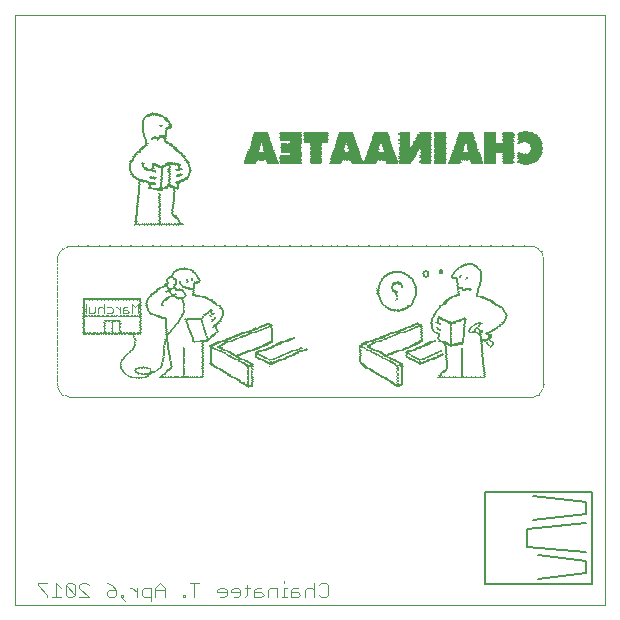
<source format=gbo>
G75*
%MOIN*%
%OFA0B0*%
%FSLAX25Y25*%
%IPPOS*%
%LPD*%
%AMOC8*
5,1,8,0,0,1.08239X$1,22.5*
%
%ADD10C,0.00000*%
%ADD11C,0.00400*%
%ADD12R,1.54800X0.00300*%
%ADD13R,0.00300X0.00300*%
%ADD14R,0.00900X0.00300*%
%ADD15R,0.00600X0.00300*%
%ADD16R,0.01500X0.00300*%
%ADD17R,0.01800X0.00300*%
%ADD18R,0.02700X0.00300*%
%ADD19R,0.01200X0.00300*%
%ADD20R,0.03900X0.00300*%
%ADD21R,0.15900X0.00300*%
%ADD22R,0.02100X0.00300*%
%ADD23R,0.14700X0.00300*%
%ADD24R,0.03300X0.00300*%
%ADD25R,0.02400X0.00300*%
%ADD26R,0.04200X0.00300*%
%ADD27R,0.03600X0.00300*%
%ADD28R,0.05700X0.00300*%
%ADD29R,0.03000X0.00300*%
%ADD30R,0.05100X0.00300*%
%ADD31R,0.19500X0.00300*%
%ADD32R,0.05400X0.00300*%
%ADD33R,0.06000X0.00300*%
%ADD34R,0.09300X0.00300*%
%ADD35R,0.08100X0.00300*%
%ADD36R,0.04500X0.00300*%
%ADD37R,1.55700X0.00300*%
%ADD38R,0.16200X0.00300*%
%ADD39R,0.16500X0.00300*%
%ADD40R,0.07200X0.00300*%
%ADD41R,0.07800X0.00300*%
%ADD42R,0.08400X0.00300*%
%ADD43R,0.07500X0.00300*%
%ADD44R,0.06600X0.00300*%
%ADD45R,0.04800X0.00300*%
%ADD46R,0.06900X0.00300*%
%ADD47R,0.10800X0.00300*%
%ADD48R,0.10500X0.00300*%
%ADD49R,0.10200X0.00300*%
%ADD50R,0.09900X0.00300*%
%ADD51R,0.09600X0.00300*%
%ADD52R,0.06300X0.00300*%
%ADD53C,0.00300*%
%ADD54C,0.00500*%
D10*
X0001800Y0001800D02*
X0001800Y0198650D01*
X0198650Y0198650D01*
X0198650Y0001800D01*
X0001800Y0001800D01*
D11*
X0009518Y0008437D02*
X0012587Y0005367D01*
X0012587Y0004600D01*
X0014122Y0004600D02*
X0017191Y0004600D01*
X0015656Y0004600D02*
X0015656Y0009204D01*
X0017191Y0007669D01*
X0018725Y0008437D02*
X0018725Y0005367D01*
X0019493Y0004600D01*
X0021027Y0004600D01*
X0021795Y0005367D01*
X0018725Y0008437D01*
X0019493Y0009204D01*
X0021027Y0009204D01*
X0021795Y0008437D01*
X0021795Y0005367D01*
X0023329Y0004600D02*
X0026399Y0004600D01*
X0023329Y0007669D01*
X0023329Y0008437D01*
X0024097Y0009204D01*
X0025631Y0009204D01*
X0026399Y0008437D01*
X0032537Y0009204D02*
X0034072Y0008437D01*
X0035607Y0006902D01*
X0033305Y0006902D01*
X0032537Y0006135D01*
X0032537Y0005367D01*
X0033305Y0004600D01*
X0034839Y0004600D01*
X0035607Y0005367D01*
X0035607Y0006902D01*
X0037141Y0005367D02*
X0037908Y0005367D01*
X0037908Y0004600D01*
X0037141Y0004600D01*
X0037141Y0005367D01*
X0037141Y0004600D02*
X0038676Y0003065D01*
X0042512Y0004600D02*
X0042512Y0007669D01*
X0042512Y0006135D02*
X0040978Y0007669D01*
X0040210Y0007669D01*
X0044047Y0006902D02*
X0044047Y0005367D01*
X0044814Y0004600D01*
X0047116Y0004600D01*
X0047116Y0003065D02*
X0047116Y0007669D01*
X0044814Y0007669D01*
X0044047Y0006902D01*
X0048651Y0006902D02*
X0051720Y0006902D01*
X0051720Y0007669D02*
X0050186Y0009204D01*
X0048651Y0007669D01*
X0048651Y0004600D01*
X0051720Y0004600D02*
X0051720Y0007669D01*
X0057859Y0005367D02*
X0057859Y0004600D01*
X0058626Y0004600D01*
X0058626Y0005367D01*
X0057859Y0005367D01*
X0061695Y0004600D02*
X0061695Y0009204D01*
X0060161Y0009204D02*
X0063230Y0009204D01*
X0069369Y0006902D02*
X0069369Y0006135D01*
X0072438Y0006135D01*
X0072438Y0006902D02*
X0071671Y0007669D01*
X0070136Y0007669D01*
X0069369Y0006902D01*
X0070136Y0004600D02*
X0071671Y0004600D01*
X0072438Y0005367D01*
X0072438Y0006902D01*
X0073973Y0006902D02*
X0073973Y0006135D01*
X0077042Y0006135D01*
X0077042Y0006902D02*
X0076275Y0007669D01*
X0074740Y0007669D01*
X0073973Y0006902D01*
X0074740Y0004600D02*
X0076275Y0004600D01*
X0077042Y0005367D01*
X0077042Y0006902D01*
X0078576Y0007669D02*
X0080111Y0007669D01*
X0079344Y0008437D02*
X0079344Y0005367D01*
X0078576Y0004600D01*
X0081646Y0004600D02*
X0081646Y0006902D01*
X0082413Y0007669D01*
X0083948Y0007669D01*
X0083948Y0006135D02*
X0081646Y0006135D01*
X0081646Y0004600D02*
X0083948Y0004600D01*
X0084715Y0005367D01*
X0083948Y0006135D01*
X0086250Y0006902D02*
X0086250Y0004600D01*
X0086250Y0006902D02*
X0087017Y0007669D01*
X0089319Y0007669D01*
X0089319Y0004600D01*
X0090854Y0004600D02*
X0092388Y0004600D01*
X0091621Y0004600D02*
X0091621Y0007669D01*
X0092388Y0007669D01*
X0093923Y0006902D02*
X0093923Y0004600D01*
X0096225Y0004600D01*
X0096992Y0005367D01*
X0096225Y0006135D01*
X0093923Y0006135D01*
X0093923Y0006902D02*
X0094690Y0007669D01*
X0096225Y0007669D01*
X0098527Y0006902D02*
X0098527Y0004600D01*
X0098527Y0006902D02*
X0099294Y0007669D01*
X0100829Y0007669D01*
X0101596Y0006902D01*
X0103131Y0008437D02*
X0103898Y0009204D01*
X0105433Y0009204D01*
X0106200Y0008437D01*
X0106200Y0005367D01*
X0105433Y0004600D01*
X0103898Y0004600D01*
X0103131Y0005367D01*
X0101596Y0004600D02*
X0101596Y0009204D01*
X0091621Y0009204D02*
X0091621Y0009971D01*
X0012587Y0009204D02*
X0009518Y0009204D01*
X0009518Y0008437D01*
D12*
X0097050Y0070800D03*
D13*
X0087000Y0081300D03*
X0087000Y0083100D03*
X0081000Y0081000D03*
X0081000Y0079800D03*
X0081000Y0078900D03*
X0081000Y0078300D03*
X0079800Y0078300D03*
X0079800Y0076500D03*
X0079800Y0080100D03*
X0079800Y0074100D03*
X0064500Y0078300D03*
X0064500Y0078900D03*
X0064500Y0080100D03*
X0063000Y0078000D03*
X0062400Y0078000D03*
X0062400Y0077400D03*
X0063000Y0077400D03*
X0063900Y0077400D03*
X0061800Y0077400D03*
X0061800Y0078000D03*
X0061200Y0078000D03*
X0060600Y0078000D03*
X0060600Y0077400D03*
X0061200Y0077400D03*
X0060000Y0077400D03*
X0058200Y0077400D03*
X0058200Y0078300D03*
X0056700Y0078000D03*
X0054000Y0077400D03*
X0053400Y0077400D03*
X0053100Y0078000D03*
X0052200Y0078000D03*
X0051600Y0077400D03*
X0047100Y0079800D03*
X0047100Y0080100D03*
X0045300Y0080700D03*
X0044700Y0080700D03*
X0044100Y0080700D03*
X0045000Y0081300D03*
X0043200Y0078600D03*
X0043800Y0077700D03*
X0044100Y0077100D03*
X0042600Y0077100D03*
X0037500Y0080400D03*
X0037200Y0081600D03*
X0037200Y0082200D03*
X0037500Y0082800D03*
X0042000Y0088800D03*
X0042000Y0089400D03*
X0042000Y0089700D03*
X0041700Y0090900D03*
X0041400Y0091500D03*
X0040800Y0092400D03*
X0043800Y0093000D03*
X0043800Y0091800D03*
X0043800Y0095700D03*
X0043800Y0096900D03*
X0042900Y0098100D03*
X0043800Y0099900D03*
X0042900Y0103200D03*
X0041400Y0103200D03*
X0040200Y0103200D03*
X0039300Y0103200D03*
X0038100Y0103200D03*
X0036600Y0103200D03*
X0035400Y0103200D03*
X0034500Y0103200D03*
X0033300Y0103200D03*
X0031800Y0103200D03*
X0030900Y0103200D03*
X0029400Y0103200D03*
X0027900Y0103200D03*
X0027000Y0103200D03*
X0030300Y0098100D03*
X0031800Y0095700D03*
X0031800Y0095100D03*
X0031800Y0094200D03*
X0031800Y0093600D03*
X0031800Y0093300D03*
X0031800Y0092700D03*
X0031500Y0091800D03*
X0030900Y0091800D03*
X0029400Y0092400D03*
X0028800Y0092400D03*
X0026100Y0092400D03*
X0033300Y0098100D03*
X0035100Y0098100D03*
X0034500Y0095700D03*
X0034500Y0095400D03*
X0034500Y0095100D03*
X0034500Y0094800D03*
X0034500Y0094500D03*
X0034500Y0094200D03*
X0034500Y0093600D03*
X0034500Y0093300D03*
X0035400Y0092400D03*
X0036900Y0091800D03*
X0036900Y0093600D03*
X0036900Y0093900D03*
X0036900Y0094800D03*
X0036900Y0096000D03*
X0039900Y0098100D03*
X0051900Y0089400D03*
X0052800Y0090000D03*
X0051600Y0088200D03*
X0051600Y0087300D03*
X0051300Y0084600D03*
X0051300Y0083700D03*
X0051000Y0082500D03*
X0053700Y0083100D03*
X0058200Y0081900D03*
X0058200Y0081600D03*
X0058200Y0081000D03*
X0058200Y0084300D03*
X0058200Y0087600D03*
X0061800Y0089100D03*
X0065700Y0091500D03*
X0065400Y0092400D03*
X0064800Y0094500D03*
X0064500Y0095400D03*
X0064500Y0095700D03*
X0058800Y0097200D03*
X0057600Y0098400D03*
X0058200Y0100200D03*
X0058200Y0100500D03*
X0058200Y0101100D03*
X0058200Y0101700D03*
X0056700Y0103500D03*
X0055500Y0105600D03*
X0057000Y0107100D03*
X0052500Y0105900D03*
X0057300Y0113400D03*
X0058500Y0114300D03*
X0060900Y0110700D03*
X0061800Y0109500D03*
X0063000Y0108900D03*
X0062700Y0104400D03*
X0061500Y0121500D03*
X0054300Y0121500D03*
X0050400Y0121500D03*
X0044700Y0121500D03*
X0045300Y0128100D03*
X0046200Y0128100D03*
X0045900Y0129000D03*
X0045300Y0129000D03*
X0044700Y0129000D03*
X0043500Y0128100D03*
X0043200Y0129000D03*
X0042000Y0128100D03*
X0046500Y0129000D03*
X0047100Y0129000D03*
X0047700Y0129000D03*
X0048300Y0129000D03*
X0048900Y0129000D03*
X0048600Y0128100D03*
X0047700Y0128100D03*
X0050100Y0128100D03*
X0051000Y0128100D03*
X0051300Y0129000D03*
X0051900Y0129000D03*
X0052500Y0129000D03*
X0053100Y0129000D03*
X0053700Y0129000D03*
X0054300Y0129000D03*
X0054900Y0128100D03*
X0055800Y0128100D03*
X0056400Y0128100D03*
X0053400Y0128100D03*
X0052500Y0128100D03*
X0056100Y0140100D03*
X0057300Y0145500D03*
X0056400Y0146400D03*
X0055800Y0146400D03*
X0055500Y0148200D03*
X0055200Y0149100D03*
X0048900Y0145800D03*
X0048300Y0144600D03*
X0047700Y0144600D03*
X0047100Y0144600D03*
X0048600Y0143700D03*
X0048600Y0142500D03*
X0045000Y0142500D03*
X0044400Y0143700D03*
X0044700Y0149100D03*
X0049500Y0156600D03*
X0048300Y0165000D03*
X0048000Y0165900D03*
X0084900Y0150000D03*
X0111900Y0150000D03*
X0112200Y0152700D03*
X0124200Y0152700D03*
X0151200Y0150000D03*
X0151800Y0150000D03*
X0152400Y0150000D03*
X0153000Y0150000D03*
X0152400Y0152700D03*
X0151800Y0152700D03*
X0162900Y0152400D03*
X0163800Y0152400D03*
X0169800Y0152700D03*
X0172200Y0152100D03*
X0171300Y0156000D03*
X0172800Y0159600D03*
X0171900Y0121500D03*
X0176700Y0120300D03*
X0177000Y0120000D03*
X0177300Y0119700D03*
X0177600Y0119100D03*
X0177900Y0118800D03*
X0177900Y0118500D03*
X0177900Y0118200D03*
X0178200Y0117600D03*
X0178200Y0117300D03*
X0178200Y0117000D03*
X0178200Y0116700D03*
X0178200Y0116400D03*
X0178200Y0116100D03*
X0178200Y0115800D03*
X0178200Y0115500D03*
X0178200Y0115200D03*
X0178200Y0114900D03*
X0178200Y0114600D03*
X0178200Y0114300D03*
X0178200Y0114000D03*
X0178200Y0113700D03*
X0178200Y0113400D03*
X0178200Y0113100D03*
X0178200Y0112800D03*
X0178200Y0112500D03*
X0178200Y0112200D03*
X0178200Y0111900D03*
X0178200Y0111600D03*
X0178200Y0111300D03*
X0178200Y0111000D03*
X0178200Y0110700D03*
X0178200Y0110400D03*
X0178200Y0110100D03*
X0178200Y0109800D03*
X0178200Y0109500D03*
X0178200Y0109200D03*
X0178200Y0108900D03*
X0178200Y0108600D03*
X0178200Y0108300D03*
X0178200Y0108000D03*
X0178200Y0107700D03*
X0178200Y0107400D03*
X0178200Y0107100D03*
X0178200Y0106800D03*
X0178200Y0106500D03*
X0178200Y0106200D03*
X0178200Y0105900D03*
X0178200Y0105600D03*
X0178200Y0105300D03*
X0178200Y0105000D03*
X0178200Y0104700D03*
X0178200Y0104400D03*
X0178200Y0104100D03*
X0178200Y0103800D03*
X0178200Y0103500D03*
X0178200Y0103200D03*
X0178200Y0102900D03*
X0178200Y0102600D03*
X0178200Y0102300D03*
X0178200Y0102000D03*
X0178200Y0101700D03*
X0178200Y0101400D03*
X0178200Y0101100D03*
X0178200Y0100800D03*
X0178200Y0100500D03*
X0178200Y0100200D03*
X0178200Y0099900D03*
X0178200Y0099600D03*
X0178200Y0099300D03*
X0178200Y0099000D03*
X0178200Y0098700D03*
X0178200Y0098400D03*
X0178200Y0098100D03*
X0178200Y0097800D03*
X0178200Y0097500D03*
X0178200Y0097200D03*
X0178200Y0096900D03*
X0178200Y0096600D03*
X0178200Y0096300D03*
X0178200Y0096000D03*
X0178200Y0095700D03*
X0178200Y0095400D03*
X0178200Y0095100D03*
X0178200Y0094800D03*
X0178200Y0094500D03*
X0178200Y0094200D03*
X0178200Y0093900D03*
X0178200Y0093600D03*
X0178200Y0093300D03*
X0178200Y0093000D03*
X0178200Y0092700D03*
X0178200Y0092400D03*
X0178200Y0092100D03*
X0178200Y0091800D03*
X0178200Y0091500D03*
X0178200Y0091200D03*
X0178200Y0090900D03*
X0178200Y0090600D03*
X0178200Y0090300D03*
X0178200Y0090000D03*
X0178200Y0089700D03*
X0178200Y0089400D03*
X0178200Y0089100D03*
X0178200Y0088800D03*
X0178200Y0088500D03*
X0178200Y0088200D03*
X0178200Y0087900D03*
X0178200Y0087600D03*
X0178200Y0087300D03*
X0178200Y0087000D03*
X0178200Y0086700D03*
X0178200Y0086400D03*
X0178200Y0086100D03*
X0178200Y0085800D03*
X0178200Y0085500D03*
X0178200Y0085200D03*
X0178200Y0084900D03*
X0178200Y0084600D03*
X0178200Y0084300D03*
X0178200Y0084000D03*
X0178200Y0083700D03*
X0178200Y0083400D03*
X0178200Y0083100D03*
X0178200Y0082800D03*
X0178200Y0082500D03*
X0178200Y0082200D03*
X0178200Y0081900D03*
X0178200Y0081600D03*
X0178200Y0081300D03*
X0178200Y0081000D03*
X0178200Y0080700D03*
X0178200Y0080400D03*
X0178200Y0080100D03*
X0178200Y0079800D03*
X0178200Y0079500D03*
X0178200Y0079200D03*
X0178200Y0078900D03*
X0178200Y0078600D03*
X0178200Y0078300D03*
X0178200Y0078000D03*
X0178200Y0077700D03*
X0178200Y0077400D03*
X0178200Y0077100D03*
X0178200Y0076800D03*
X0178200Y0076500D03*
X0178200Y0076200D03*
X0178200Y0075900D03*
X0178200Y0075600D03*
X0178200Y0075000D03*
X0178200Y0074400D03*
X0178200Y0074100D03*
X0177900Y0073500D03*
X0177600Y0073200D03*
X0177600Y0072900D03*
X0177300Y0072600D03*
X0177000Y0072300D03*
X0177000Y0072000D03*
X0174900Y0070800D03*
X0157200Y0078000D03*
X0155400Y0078000D03*
X0154200Y0078000D03*
X0152400Y0078000D03*
X0151500Y0078000D03*
X0148800Y0078000D03*
X0148200Y0078000D03*
X0147000Y0078000D03*
X0145200Y0078000D03*
X0144600Y0078000D03*
X0136800Y0083100D03*
X0144600Y0085500D03*
X0144300Y0086700D03*
X0147300Y0089400D03*
X0147300Y0090900D03*
X0147300Y0091500D03*
X0147300Y0093000D03*
X0147300Y0094500D03*
X0151800Y0097500D03*
X0156000Y0095100D03*
X0157200Y0096000D03*
X0151500Y0090900D03*
X0151200Y0088500D03*
X0160500Y0087600D03*
X0149700Y0106500D03*
X0150900Y0107700D03*
X0152100Y0110100D03*
X0152100Y0115500D03*
X0150300Y0121500D03*
X0146400Y0121500D03*
X0144000Y0121500D03*
X0139200Y0121500D03*
X0134400Y0121500D03*
X0129600Y0121500D03*
X0126900Y0121500D03*
X0123900Y0121500D03*
X0116700Y0121500D03*
X0109500Y0121500D03*
X0107700Y0121500D03*
X0104700Y0121500D03*
X0097500Y0121500D03*
X0090300Y0121500D03*
X0083100Y0121500D03*
X0075900Y0121500D03*
X0068700Y0121500D03*
X0082200Y0094200D03*
X0064500Y0085200D03*
X0064500Y0083700D03*
X0099300Y0087300D03*
X0117000Y0087300D03*
X0117000Y0083700D03*
X0122400Y0084900D03*
X0122400Y0089700D03*
X0129300Y0080400D03*
X0129300Y0079500D03*
X0129300Y0079200D03*
X0129300Y0078000D03*
X0129300Y0076800D03*
X0129300Y0075900D03*
X0136200Y0096000D03*
X0130200Y0099600D03*
X0128700Y0099600D03*
X0129000Y0103200D03*
X0122400Y0107100D03*
X0157500Y0121500D03*
X0164700Y0121500D03*
X0037500Y0121500D03*
X0030300Y0121500D03*
X0023100Y0121500D03*
X0018600Y0120600D03*
X0018000Y0120600D03*
X0017700Y0120000D03*
X0017100Y0119700D03*
X0017100Y0119400D03*
X0016800Y0119100D03*
X0016800Y0118800D03*
X0016500Y0118500D03*
X0016500Y0118200D03*
X0016200Y0117900D03*
X0016200Y0117600D03*
X0016200Y0117300D03*
X0016200Y0117000D03*
X0016200Y0116400D03*
X0016200Y0116100D03*
X0016200Y0115800D03*
X0016200Y0115200D03*
X0016200Y0114900D03*
X0016200Y0114300D03*
X0016200Y0114000D03*
X0016200Y0113700D03*
X0016200Y0113400D03*
X0016200Y0112800D03*
X0016200Y0112500D03*
X0016200Y0112200D03*
X0016200Y0111600D03*
X0016200Y0111300D03*
X0016200Y0110700D03*
X0016200Y0110400D03*
X0016200Y0110100D03*
X0016200Y0109500D03*
X0016200Y0109200D03*
X0016200Y0108900D03*
X0016200Y0108300D03*
X0016200Y0108000D03*
X0016200Y0107700D03*
X0016200Y0107100D03*
X0016200Y0106800D03*
X0016200Y0106500D03*
X0016200Y0105900D03*
X0016200Y0105600D03*
X0016200Y0105300D03*
X0016200Y0105000D03*
X0016200Y0104400D03*
X0016200Y0104100D03*
X0016200Y0103500D03*
X0016200Y0103200D03*
X0016200Y0102900D03*
X0016200Y0102600D03*
X0016200Y0102000D03*
X0016200Y0101700D03*
X0016200Y0101400D03*
X0016200Y0100800D03*
X0016200Y0100500D03*
X0016200Y0099900D03*
X0016200Y0099600D03*
X0016200Y0099300D03*
X0016200Y0099000D03*
X0016200Y0098400D03*
X0016200Y0098100D03*
X0016200Y0097800D03*
X0016200Y0097200D03*
X0016200Y0096900D03*
X0016200Y0096300D03*
X0016200Y0096000D03*
X0016200Y0095700D03*
X0016200Y0095100D03*
X0016200Y0094800D03*
X0016200Y0094500D03*
X0016200Y0093900D03*
X0016200Y0093600D03*
X0016200Y0093300D03*
X0016200Y0092700D03*
X0016200Y0092400D03*
X0016200Y0092100D03*
X0016200Y0091500D03*
X0016200Y0091200D03*
X0016200Y0090900D03*
X0016200Y0090600D03*
X0016200Y0090000D03*
X0016200Y0089700D03*
X0016200Y0089100D03*
X0016200Y0088800D03*
X0016200Y0088500D03*
X0016200Y0088200D03*
X0016200Y0087600D03*
X0016200Y0087300D03*
X0016200Y0087000D03*
X0016200Y0086400D03*
X0016200Y0086100D03*
X0016200Y0085500D03*
X0016200Y0085200D03*
X0016200Y0084900D03*
X0016200Y0084600D03*
X0016200Y0084000D03*
X0016200Y0083700D03*
X0016200Y0083400D03*
X0016200Y0082800D03*
X0016200Y0082500D03*
X0016200Y0081900D03*
X0016200Y0081600D03*
X0016200Y0081300D03*
X0016200Y0080700D03*
X0016200Y0080400D03*
X0016200Y0080100D03*
X0016200Y0079500D03*
X0016200Y0079200D03*
X0016200Y0078900D03*
X0016200Y0078300D03*
X0016200Y0078000D03*
X0016200Y0077700D03*
X0016200Y0077100D03*
X0016200Y0076800D03*
X0016200Y0076500D03*
X0016200Y0076200D03*
X0016200Y0075600D03*
X0016200Y0075300D03*
X0016200Y0075000D03*
X0016500Y0074700D03*
X0016200Y0074100D03*
X0016500Y0073800D03*
X0016500Y0073500D03*
X0016800Y0073200D03*
X0016800Y0072900D03*
X0017100Y0072600D03*
X0017400Y0072300D03*
X0017700Y0072000D03*
D14*
X0018000Y0071700D03*
X0019500Y0071100D03*
X0038100Y0084000D03*
X0038700Y0084600D03*
X0039300Y0085200D03*
X0039600Y0085500D03*
X0040500Y0086400D03*
X0040800Y0086700D03*
X0038700Y0091800D03*
X0036900Y0094200D03*
X0034500Y0092400D03*
X0033300Y0092400D03*
X0033300Y0091800D03*
X0031800Y0093000D03*
X0032100Y0096300D03*
X0033300Y0096300D03*
X0032400Y0098100D03*
X0031200Y0098100D03*
X0034200Y0098100D03*
X0036000Y0098100D03*
X0037200Y0098100D03*
X0040800Y0098100D03*
X0042000Y0098100D03*
X0043800Y0098400D03*
X0043800Y0099000D03*
X0043800Y0100200D03*
X0045600Y0101400D03*
X0045900Y0100800D03*
X0046200Y0099900D03*
X0046500Y0099600D03*
X0046800Y0099300D03*
X0045600Y0102300D03*
X0045900Y0102900D03*
X0045900Y0103200D03*
X0046500Y0104100D03*
X0046800Y0104400D03*
X0047100Y0104700D03*
X0049200Y0106500D03*
X0051300Y0102900D03*
X0051300Y0102600D03*
X0051000Y0102300D03*
X0051000Y0101700D03*
X0054000Y0105600D03*
X0053700Y0105900D03*
X0052800Y0107700D03*
X0052800Y0109200D03*
X0052800Y0110400D03*
X0053100Y0110700D03*
X0054300Y0111600D03*
X0054600Y0112200D03*
X0054900Y0112500D03*
X0054900Y0110700D03*
X0055200Y0110400D03*
X0055500Y0109800D03*
X0055500Y0109500D03*
X0055500Y0109200D03*
X0055500Y0108900D03*
X0055200Y0108300D03*
X0054900Y0108000D03*
X0054900Y0107700D03*
X0057000Y0108900D03*
X0057300Y0108600D03*
X0057600Y0108300D03*
X0057900Y0106200D03*
X0058200Y0105900D03*
X0058500Y0105600D03*
X0058800Y0105000D03*
X0058500Y0104400D03*
X0061500Y0105900D03*
X0061500Y0106500D03*
X0060900Y0110100D03*
X0060900Y0110400D03*
X0059400Y0109500D03*
X0062100Y0111900D03*
X0062400Y0111600D03*
X0062700Y0111300D03*
X0063000Y0111000D03*
X0063000Y0110700D03*
X0063300Y0110400D03*
X0063300Y0110100D03*
X0061200Y0112800D03*
X0069000Y0102000D03*
X0070200Y0101100D03*
X0070500Y0100800D03*
X0071100Y0099900D03*
X0071100Y0099600D03*
X0071100Y0098100D03*
X0070800Y0097500D03*
X0070500Y0097200D03*
X0070500Y0096900D03*
X0070200Y0096600D03*
X0069600Y0096000D03*
X0069300Y0095400D03*
X0069000Y0093900D03*
X0069300Y0092700D03*
X0069000Y0092400D03*
X0068700Y0092100D03*
X0067200Y0090900D03*
X0064500Y0089100D03*
X0064500Y0087300D03*
X0064500Y0085800D03*
X0064500Y0084900D03*
X0064500Y0084000D03*
X0064500Y0083100D03*
X0064500Y0081900D03*
X0064500Y0080400D03*
X0064500Y0079500D03*
X0064500Y0079200D03*
X0064500Y0078600D03*
X0059700Y0078000D03*
X0058200Y0078900D03*
X0058200Y0080700D03*
X0058200Y0081300D03*
X0058200Y0082500D03*
X0058200Y0084900D03*
X0058200Y0087000D03*
X0061200Y0090000D03*
X0061200Y0090300D03*
X0060600Y0091800D03*
X0060600Y0092100D03*
X0060300Y0092700D03*
X0059700Y0094200D03*
X0059400Y0095100D03*
X0059100Y0096000D03*
X0059100Y0096600D03*
X0056100Y0095700D03*
X0055500Y0095100D03*
X0055200Y0094800D03*
X0054300Y0093600D03*
X0052500Y0093600D03*
X0052500Y0093000D03*
X0052500Y0090900D03*
X0052500Y0090600D03*
X0052800Y0088200D03*
X0053100Y0086700D03*
X0053100Y0086400D03*
X0053400Y0084900D03*
X0053700Y0083400D03*
X0054000Y0081000D03*
X0054000Y0080700D03*
X0053700Y0080400D03*
X0052500Y0079500D03*
X0052200Y0079200D03*
X0051900Y0078900D03*
X0051000Y0078300D03*
X0049500Y0080100D03*
X0049200Y0079800D03*
X0050100Y0080700D03*
X0046800Y0080400D03*
X0042300Y0080400D03*
X0039600Y0078300D03*
X0039000Y0078600D03*
X0038700Y0078900D03*
X0042900Y0091800D03*
X0043800Y0092700D03*
X0043800Y0093600D03*
X0043800Y0094500D03*
X0043800Y0095400D03*
X0043800Y0096600D03*
X0043800Y0097200D03*
X0041700Y0092400D03*
X0052200Y0095400D03*
X0052200Y0096000D03*
X0052200Y0096900D03*
X0043800Y0102600D03*
X0027600Y0098100D03*
X0026400Y0098100D03*
X0024600Y0097200D03*
X0024600Y0095400D03*
X0024600Y0094200D03*
X0024600Y0092700D03*
X0024900Y0099600D03*
X0024900Y0100200D03*
X0024900Y0101700D03*
X0024900Y0102600D03*
X0024900Y0103200D03*
X0042300Y0129000D03*
X0042300Y0130200D03*
X0042300Y0130500D03*
X0042300Y0130800D03*
X0042300Y0131100D03*
X0042300Y0131700D03*
X0042600Y0132300D03*
X0042600Y0133200D03*
X0042600Y0133800D03*
X0042600Y0134100D03*
X0042900Y0134700D03*
X0042600Y0135000D03*
X0042600Y0135600D03*
X0042900Y0136500D03*
X0042900Y0137100D03*
X0042900Y0137400D03*
X0042900Y0138000D03*
X0042900Y0138300D03*
X0043200Y0138600D03*
X0043200Y0139200D03*
X0043200Y0139500D03*
X0043200Y0139800D03*
X0043200Y0140400D03*
X0043200Y0140700D03*
X0043200Y0141000D03*
X0043200Y0141600D03*
X0043500Y0141900D03*
X0043200Y0142200D03*
X0041100Y0144900D03*
X0040800Y0145500D03*
X0040500Y0145800D03*
X0040500Y0146100D03*
X0040200Y0146400D03*
X0040200Y0146700D03*
X0040200Y0147000D03*
X0040200Y0147300D03*
X0040200Y0147900D03*
X0040200Y0148200D03*
X0040200Y0148500D03*
X0040500Y0149100D03*
X0040500Y0149400D03*
X0041100Y0150300D03*
X0041100Y0150600D03*
X0041400Y0150900D03*
X0042000Y0151500D03*
X0042300Y0152100D03*
X0042600Y0152400D03*
X0043500Y0153300D03*
X0045600Y0155100D03*
X0045600Y0156000D03*
X0045600Y0156300D03*
X0045300Y0157200D03*
X0045300Y0157500D03*
X0045000Y0157800D03*
X0045000Y0158100D03*
X0045000Y0158400D03*
X0045000Y0158700D03*
X0044700Y0159300D03*
X0044700Y0159600D03*
X0044700Y0159900D03*
X0044400Y0160200D03*
X0044400Y0160800D03*
X0044400Y0161400D03*
X0044400Y0161700D03*
X0044400Y0162000D03*
X0044700Y0162600D03*
X0044700Y0162900D03*
X0044700Y0163200D03*
X0045000Y0163500D03*
X0045000Y0163800D03*
X0045300Y0164100D03*
X0047700Y0156900D03*
X0049500Y0156900D03*
X0051900Y0156600D03*
X0052200Y0158400D03*
X0052200Y0158700D03*
X0052200Y0159000D03*
X0052200Y0159300D03*
X0052200Y0159900D03*
X0052500Y0160200D03*
X0053700Y0161700D03*
X0054000Y0161400D03*
X0053400Y0162300D03*
X0053100Y0162600D03*
X0056700Y0152700D03*
X0057600Y0151800D03*
X0058200Y0150900D03*
X0058500Y0150600D03*
X0058800Y0150300D03*
X0059100Y0149700D03*
X0059400Y0149400D03*
X0059700Y0148800D03*
X0060000Y0148500D03*
X0060000Y0148200D03*
X0060000Y0147900D03*
X0060300Y0147600D03*
X0060300Y0147300D03*
X0060300Y0147000D03*
X0060300Y0146400D03*
X0060300Y0146100D03*
X0060300Y0145800D03*
X0060000Y0145500D03*
X0060000Y0145200D03*
X0060000Y0144900D03*
X0059700Y0144600D03*
X0056700Y0147600D03*
X0056700Y0147900D03*
X0053400Y0147900D03*
X0053400Y0147600D03*
X0053400Y0145500D03*
X0053400Y0145200D03*
X0053400Y0144600D03*
X0053400Y0144000D03*
X0053400Y0143400D03*
X0053400Y0142500D03*
X0050700Y0142500D03*
X0050700Y0142200D03*
X0050700Y0141900D03*
X0050700Y0141300D03*
X0050700Y0143100D03*
X0050700Y0143700D03*
X0051000Y0144300D03*
X0050700Y0144600D03*
X0051000Y0144900D03*
X0051000Y0145500D03*
X0051000Y0146100D03*
X0051000Y0146400D03*
X0051000Y0146700D03*
X0051000Y0147000D03*
X0051000Y0147300D03*
X0048000Y0147900D03*
X0044700Y0147900D03*
X0044700Y0148200D03*
X0046800Y0141600D03*
X0046800Y0141300D03*
X0050100Y0138600D03*
X0050100Y0138300D03*
X0050100Y0137700D03*
X0050100Y0136800D03*
X0050100Y0136200D03*
X0050100Y0135600D03*
X0050100Y0135300D03*
X0050100Y0135000D03*
X0050100Y0134400D03*
X0050100Y0133800D03*
X0050100Y0133500D03*
X0050100Y0133200D03*
X0050100Y0132600D03*
X0050100Y0132300D03*
X0050100Y0131700D03*
X0050100Y0131400D03*
X0050100Y0130800D03*
X0050100Y0130500D03*
X0050100Y0130200D03*
X0050100Y0129600D03*
X0050100Y0129300D03*
X0054300Y0132300D03*
X0054300Y0132600D03*
X0054300Y0133200D03*
X0054300Y0133500D03*
X0054600Y0133800D03*
X0054600Y0134400D03*
X0054600Y0134700D03*
X0054600Y0135000D03*
X0054600Y0135300D03*
X0054600Y0135900D03*
X0054900Y0136200D03*
X0054900Y0136800D03*
X0054900Y0137100D03*
X0054900Y0137700D03*
X0054900Y0138000D03*
X0054900Y0138300D03*
X0054900Y0138600D03*
X0054900Y0138900D03*
X0054900Y0139200D03*
X0054900Y0139800D03*
X0054900Y0140100D03*
X0056100Y0141600D03*
X0054600Y0132000D03*
X0056100Y0130200D03*
X0056400Y0129900D03*
X0056700Y0129600D03*
X0057000Y0129300D03*
X0066300Y0099300D03*
X0065700Y0098700D03*
X0065100Y0098100D03*
X0064500Y0097800D03*
X0064500Y0097500D03*
X0066900Y0098100D03*
X0067500Y0098400D03*
X0067800Y0098700D03*
X0068400Y0097200D03*
X0067800Y0096600D03*
X0069600Y0086700D03*
X0072000Y0085500D03*
X0072600Y0085200D03*
X0075300Y0083700D03*
X0076500Y0083100D03*
X0081000Y0080700D03*
X0081000Y0079500D03*
X0081000Y0079200D03*
X0081000Y0078600D03*
X0081000Y0078000D03*
X0081000Y0075300D03*
X0076800Y0076200D03*
X0086400Y0083700D03*
X0082200Y0084900D03*
X0087300Y0094200D03*
X0094800Y0090900D03*
X0097200Y0087600D03*
X0117000Y0087000D03*
X0117000Y0086100D03*
X0117000Y0084600D03*
X0117000Y0084000D03*
X0117000Y0083400D03*
X0117000Y0082800D03*
X0120600Y0086100D03*
X0119100Y0087000D03*
X0118500Y0087300D03*
X0123300Y0084900D03*
X0124200Y0084300D03*
X0125400Y0083700D03*
X0126000Y0083400D03*
X0128700Y0081900D03*
X0129300Y0081300D03*
X0130800Y0079500D03*
X0130800Y0078300D03*
X0130800Y0076200D03*
X0132600Y0084600D03*
X0132300Y0084900D03*
X0133500Y0085200D03*
X0134100Y0084900D03*
X0137400Y0090300D03*
X0137400Y0090600D03*
X0137100Y0090900D03*
X0137400Y0091200D03*
X0137400Y0091500D03*
X0137100Y0091800D03*
X0137400Y0092100D03*
X0137100Y0092400D03*
X0137400Y0092700D03*
X0137100Y0093000D03*
X0137400Y0093300D03*
X0137100Y0093600D03*
X0137400Y0093900D03*
X0137100Y0094200D03*
X0140700Y0095400D03*
X0140700Y0096000D03*
X0141000Y0096900D03*
X0141000Y0097200D03*
X0141600Y0098400D03*
X0141900Y0098700D03*
X0141900Y0099000D03*
X0142500Y0099900D03*
X0142800Y0100200D03*
X0143100Y0100500D03*
X0143400Y0100800D03*
X0143700Y0101100D03*
X0144300Y0101700D03*
X0143100Y0097800D03*
X0142800Y0096300D03*
X0142800Y0095700D03*
X0143400Y0095100D03*
X0142800Y0093900D03*
X0141600Y0093000D03*
X0141300Y0093300D03*
X0141000Y0093900D03*
X0141900Y0092700D03*
X0143100Y0091800D03*
X0143100Y0091500D03*
X0143100Y0091200D03*
X0143400Y0090000D03*
X0141900Y0090000D03*
X0144000Y0086400D03*
X0145500Y0087000D03*
X0145500Y0087300D03*
X0145500Y0087900D03*
X0147300Y0087900D03*
X0145800Y0085200D03*
X0145800Y0084000D03*
X0145800Y0080400D03*
X0145500Y0080100D03*
X0144000Y0078900D03*
X0143400Y0078000D03*
X0150900Y0078600D03*
X0150900Y0079800D03*
X0150900Y0080700D03*
X0150900Y0082500D03*
X0150900Y0083700D03*
X0150900Y0084900D03*
X0150900Y0086100D03*
X0151200Y0089400D03*
X0151500Y0091200D03*
X0151500Y0091800D03*
X0151500Y0092400D03*
X0153300Y0093000D03*
X0153600Y0093900D03*
X0153900Y0094200D03*
X0154800Y0094800D03*
X0155100Y0095100D03*
X0156000Y0094200D03*
X0156600Y0094800D03*
X0156900Y0095100D03*
X0155100Y0093300D03*
X0154200Y0092400D03*
X0151800Y0094500D03*
X0151800Y0095400D03*
X0151800Y0096000D03*
X0151800Y0096300D03*
X0147300Y0090600D03*
X0156900Y0091500D03*
X0157200Y0090900D03*
X0157200Y0090600D03*
X0157500Y0089700D03*
X0157500Y0089100D03*
X0157500Y0088500D03*
X0158700Y0089400D03*
X0159300Y0088800D03*
X0159600Y0088500D03*
X0159900Y0088200D03*
X0160500Y0087900D03*
X0161100Y0088500D03*
X0160200Y0090000D03*
X0162600Y0094200D03*
X0163500Y0094800D03*
X0164400Y0095400D03*
X0165000Y0096300D03*
X0165300Y0096900D03*
X0165600Y0097800D03*
X0165600Y0098400D03*
X0165300Y0099300D03*
X0165000Y0099600D03*
X0164700Y0100200D03*
X0164400Y0100500D03*
X0163200Y0101400D03*
X0156000Y0105000D03*
X0156000Y0105600D03*
X0156300Y0106800D03*
X0156300Y0107100D03*
X0156600Y0108000D03*
X0156900Y0109200D03*
X0157200Y0110700D03*
X0157200Y0111900D03*
X0156600Y0113700D03*
X0156300Y0114000D03*
X0156000Y0114300D03*
X0152400Y0111000D03*
X0152400Y0110700D03*
X0152400Y0110400D03*
X0150300Y0111000D03*
X0150300Y0111300D03*
X0149100Y0110400D03*
X0149400Y0108900D03*
X0149700Y0106800D03*
X0149700Y0105900D03*
X0153600Y0106500D03*
X0147600Y0111300D03*
X0147600Y0111600D03*
X0147900Y0111900D03*
X0148200Y0112500D03*
X0148500Y0112800D03*
X0148800Y0113100D03*
X0149100Y0113400D03*
X0149400Y0113700D03*
X0149700Y0114000D03*
X0144000Y0113400D03*
X0139500Y0112500D03*
X0138900Y0113100D03*
X0138300Y0112500D03*
X0138000Y0112200D03*
X0138300Y0111600D03*
X0139500Y0111600D03*
X0135000Y0108900D03*
X0134400Y0109800D03*
X0134400Y0110100D03*
X0134100Y0110400D03*
X0133800Y0110700D03*
X0133200Y0111300D03*
X0130800Y0108300D03*
X0130800Y0108000D03*
X0129000Y0105600D03*
X0129000Y0105300D03*
X0129300Y0105000D03*
X0127800Y0106800D03*
X0127500Y0107400D03*
X0127500Y0107700D03*
X0127800Y0108300D03*
X0124800Y0111000D03*
X0124500Y0110700D03*
X0124200Y0110400D03*
X0123900Y0109500D03*
X0123600Y0109200D03*
X0123300Y0108300D03*
X0123300Y0104400D03*
X0123600Y0103500D03*
X0123900Y0102900D03*
X0124200Y0102300D03*
X0124500Y0102000D03*
X0124800Y0101700D03*
X0125100Y0101400D03*
X0125400Y0101100D03*
X0133800Y0101700D03*
X0134100Y0102000D03*
X0134400Y0102600D03*
X0134700Y0103200D03*
X0135000Y0103800D03*
X0135300Y0104700D03*
X0135600Y0105600D03*
X0135600Y0106200D03*
X0135600Y0106800D03*
X0135300Y0107700D03*
X0157800Y0085500D03*
X0158100Y0081600D03*
X0158100Y0080700D03*
X0158100Y0079800D03*
X0158400Y0079200D03*
X0158400Y0078600D03*
X0158400Y0078000D03*
X0175200Y0071100D03*
X0175500Y0120900D03*
X0169800Y0152400D03*
X0169800Y0155700D03*
X0067200Y0084600D03*
X0054000Y0078000D03*
D15*
X0055050Y0078000D03*
X0055050Y0077400D03*
X0055950Y0078000D03*
X0056250Y0077400D03*
X0057450Y0077400D03*
X0058050Y0078600D03*
X0058050Y0079200D03*
X0058050Y0079500D03*
X0058350Y0079800D03*
X0058050Y0080100D03*
X0058050Y0080400D03*
X0058050Y0082200D03*
X0058050Y0082800D03*
X0058050Y0083100D03*
X0058350Y0083400D03*
X0058050Y0083700D03*
X0058050Y0084000D03*
X0058050Y0084600D03*
X0058050Y0085200D03*
X0058050Y0085500D03*
X0058050Y0085800D03*
X0058350Y0086100D03*
X0058050Y0086400D03*
X0058050Y0086700D03*
X0058050Y0087300D03*
X0061050Y0090600D03*
X0061050Y0090900D03*
X0060750Y0091200D03*
X0060750Y0091500D03*
X0060450Y0092400D03*
X0060150Y0093000D03*
X0060150Y0093300D03*
X0059850Y0093600D03*
X0059850Y0093900D03*
X0059550Y0094500D03*
X0059550Y0094800D03*
X0059250Y0095400D03*
X0059250Y0095700D03*
X0058950Y0096300D03*
X0057450Y0097800D03*
X0057450Y0098100D03*
X0057150Y0097500D03*
X0056850Y0097200D03*
X0056850Y0096900D03*
X0056550Y0096600D03*
X0056550Y0096300D03*
X0056250Y0096000D03*
X0055950Y0095400D03*
X0055050Y0094500D03*
X0054750Y0094200D03*
X0054450Y0093900D03*
X0053850Y0093300D03*
X0053850Y0093000D03*
X0053550Y0092700D03*
X0053250Y0092400D03*
X0052350Y0092400D03*
X0052350Y0092700D03*
X0052350Y0093300D03*
X0052350Y0093900D03*
X0052350Y0094200D03*
X0052350Y0094500D03*
X0052350Y0094800D03*
X0052350Y0095100D03*
X0052350Y0095700D03*
X0052050Y0096300D03*
X0052350Y0096600D03*
X0051150Y0101400D03*
X0050850Y0102000D03*
X0047250Y0105000D03*
X0046350Y0103800D03*
X0046050Y0103500D03*
X0045750Y0102600D03*
X0045750Y0102000D03*
X0045750Y0101700D03*
X0045750Y0101100D03*
X0046050Y0100500D03*
X0046050Y0100200D03*
X0043650Y0100500D03*
X0043650Y0100800D03*
X0043650Y0101100D03*
X0043650Y0101400D03*
X0043950Y0101700D03*
X0043650Y0102000D03*
X0043650Y0102300D03*
X0043650Y0102900D03*
X0043650Y0103200D03*
X0043650Y0099600D03*
X0043650Y0099300D03*
X0043650Y0098700D03*
X0043650Y0098100D03*
X0043650Y0097500D03*
X0043650Y0096300D03*
X0043650Y0096000D03*
X0043650Y0095100D03*
X0043650Y0094800D03*
X0043650Y0094200D03*
X0043950Y0093900D03*
X0043650Y0093300D03*
X0041550Y0091200D03*
X0041850Y0090600D03*
X0041850Y0090300D03*
X0042150Y0090000D03*
X0041850Y0089100D03*
X0041850Y0088500D03*
X0041850Y0088200D03*
X0041550Y0087900D03*
X0041550Y0087600D03*
X0041250Y0087300D03*
X0041250Y0087000D03*
X0040050Y0086100D03*
X0040050Y0085800D03*
X0038850Y0084900D03*
X0038250Y0084300D03*
X0037950Y0083700D03*
X0037650Y0083400D03*
X0037650Y0083100D03*
X0037350Y0082500D03*
X0037350Y0081900D03*
X0037350Y0081300D03*
X0037350Y0081000D03*
X0037350Y0080700D03*
X0037650Y0080100D03*
X0037950Y0079800D03*
X0037950Y0079500D03*
X0038250Y0079200D03*
X0041850Y0079800D03*
X0042150Y0080100D03*
X0042150Y0079500D03*
X0043350Y0077100D03*
X0046350Y0078300D03*
X0049950Y0080400D03*
X0050550Y0081000D03*
X0050550Y0081300D03*
X0050850Y0081600D03*
X0050850Y0081900D03*
X0050850Y0082200D03*
X0051150Y0082800D03*
X0051150Y0083100D03*
X0051150Y0083400D03*
X0051150Y0084000D03*
X0051450Y0084300D03*
X0051450Y0084900D03*
X0051450Y0085200D03*
X0051450Y0085500D03*
X0051450Y0085800D03*
X0051450Y0086100D03*
X0051450Y0086400D03*
X0051450Y0086700D03*
X0051450Y0087000D03*
X0051450Y0087600D03*
X0051450Y0087900D03*
X0051750Y0088500D03*
X0051750Y0088800D03*
X0051750Y0089100D03*
X0051750Y0089700D03*
X0052050Y0090000D03*
X0052650Y0089700D03*
X0052650Y0089400D03*
X0052950Y0089100D03*
X0052950Y0088800D03*
X0052950Y0088500D03*
X0052950Y0087900D03*
X0052950Y0087600D03*
X0052950Y0087300D03*
X0052950Y0087000D03*
X0053250Y0086100D03*
X0053250Y0085800D03*
X0053250Y0085500D03*
X0053250Y0085200D03*
X0053550Y0084600D03*
X0053550Y0084300D03*
X0053550Y0084000D03*
X0053550Y0083700D03*
X0053850Y0082800D03*
X0053850Y0082500D03*
X0053850Y0082200D03*
X0053850Y0081900D03*
X0053850Y0081600D03*
X0054150Y0081300D03*
X0052650Y0077400D03*
X0050850Y0077400D03*
X0059250Y0077400D03*
X0064350Y0080700D03*
X0064650Y0081000D03*
X0064350Y0081300D03*
X0064650Y0081600D03*
X0064650Y0082200D03*
X0064350Y0082500D03*
X0064650Y0082800D03*
X0064650Y0083400D03*
X0064350Y0084300D03*
X0064650Y0084600D03*
X0064650Y0085500D03*
X0064350Y0086100D03*
X0064650Y0086400D03*
X0064650Y0086700D03*
X0064350Y0087000D03*
X0064650Y0087600D03*
X0064350Y0087900D03*
X0064650Y0088200D03*
X0064650Y0088500D03*
X0064350Y0088800D03*
X0064650Y0089400D03*
X0065850Y0090900D03*
X0065850Y0091200D03*
X0065550Y0091800D03*
X0065550Y0092100D03*
X0065250Y0092700D03*
X0065250Y0093000D03*
X0065250Y0093300D03*
X0064950Y0093600D03*
X0064950Y0093900D03*
X0064950Y0094200D03*
X0064650Y0094800D03*
X0064650Y0095100D03*
X0064350Y0096000D03*
X0064350Y0096300D03*
X0064050Y0096600D03*
X0067050Y0097800D03*
X0067350Y0099300D03*
X0067050Y0100200D03*
X0068550Y0097500D03*
X0067650Y0096300D03*
X0067950Y0094200D03*
X0068850Y0094200D03*
X0069150Y0093600D03*
X0069150Y0093300D03*
X0069450Y0093000D03*
X0070950Y0097800D03*
X0071250Y0098400D03*
X0071250Y0098700D03*
X0071250Y0099000D03*
X0071250Y0099300D03*
X0070950Y0100200D03*
X0061350Y0105600D03*
X0061350Y0106200D03*
X0061650Y0107400D03*
X0061650Y0107700D03*
X0061650Y0108000D03*
X0061650Y0108300D03*
X0061650Y0108600D03*
X0060750Y0109800D03*
X0059250Y0109800D03*
X0059250Y0110100D03*
X0059250Y0109200D03*
X0056850Y0109200D03*
X0056850Y0109500D03*
X0055050Y0107400D03*
X0052950Y0107400D03*
X0052650Y0108000D03*
X0052650Y0109500D03*
X0052650Y0109800D03*
X0052650Y0110100D03*
X0054450Y0111900D03*
X0061950Y0112200D03*
X0063450Y0109800D03*
X0058650Y0105300D03*
X0058650Y0104700D03*
X0057450Y0103500D03*
X0057750Y0103200D03*
X0057750Y0102900D03*
X0057750Y0102600D03*
X0058050Y0102300D03*
X0058050Y0102000D03*
X0058050Y0101400D03*
X0058050Y0100800D03*
X0058050Y0099900D03*
X0058050Y0099600D03*
X0058050Y0099300D03*
X0057750Y0099000D03*
X0057750Y0098700D03*
X0052650Y0091500D03*
X0052650Y0091200D03*
X0064650Y0079800D03*
X0067050Y0082500D03*
X0067050Y0082800D03*
X0067050Y0083100D03*
X0067050Y0083400D03*
X0067050Y0083700D03*
X0067050Y0084000D03*
X0067050Y0084300D03*
X0067050Y0084900D03*
X0067050Y0085200D03*
X0067050Y0085500D03*
X0067050Y0085800D03*
X0067050Y0086100D03*
X0067050Y0086400D03*
X0067050Y0086700D03*
X0067050Y0087000D03*
X0067050Y0087300D03*
X0079650Y0081000D03*
X0079650Y0080700D03*
X0079650Y0080400D03*
X0079650Y0079800D03*
X0079650Y0079500D03*
X0079650Y0079200D03*
X0079650Y0078900D03*
X0079650Y0078600D03*
X0079650Y0078000D03*
X0079650Y0077700D03*
X0079650Y0077400D03*
X0079650Y0077100D03*
X0079650Y0076800D03*
X0079650Y0076200D03*
X0079650Y0075900D03*
X0079650Y0075600D03*
X0079650Y0075300D03*
X0080850Y0075600D03*
X0080850Y0075900D03*
X0081150Y0076200D03*
X0080850Y0076500D03*
X0081150Y0076800D03*
X0080850Y0077100D03*
X0081150Y0077400D03*
X0080850Y0077700D03*
X0081150Y0080100D03*
X0080850Y0080400D03*
X0082350Y0084600D03*
X0087150Y0082800D03*
X0087450Y0089700D03*
X0087450Y0090000D03*
X0087450Y0090300D03*
X0087450Y0090600D03*
X0087450Y0090900D03*
X0087450Y0091200D03*
X0087450Y0091500D03*
X0087450Y0091800D03*
X0087450Y0092100D03*
X0087450Y0092400D03*
X0087450Y0092700D03*
X0087450Y0093000D03*
X0087450Y0093300D03*
X0087450Y0093600D03*
X0087450Y0093900D03*
X0086250Y0121500D03*
X0079050Y0121500D03*
X0071850Y0121500D03*
X0064650Y0121500D03*
X0057450Y0121500D03*
X0055050Y0129000D03*
X0054450Y0132900D03*
X0054450Y0134100D03*
X0054750Y0135600D03*
X0054750Y0136500D03*
X0054750Y0137400D03*
X0055050Y0139500D03*
X0056250Y0141300D03*
X0056250Y0141900D03*
X0053250Y0142200D03*
X0053250Y0142800D03*
X0053250Y0143100D03*
X0053250Y0143700D03*
X0053250Y0144300D03*
X0053250Y0144900D03*
X0053250Y0145800D03*
X0053250Y0146400D03*
X0053250Y0146700D03*
X0053250Y0147300D03*
X0050850Y0145800D03*
X0050850Y0145200D03*
X0050850Y0144000D03*
X0050850Y0143400D03*
X0050850Y0142800D03*
X0050550Y0141600D03*
X0049950Y0138900D03*
X0049950Y0138000D03*
X0049950Y0137400D03*
X0049950Y0137100D03*
X0049950Y0136500D03*
X0049950Y0135900D03*
X0049950Y0134700D03*
X0049950Y0134100D03*
X0049950Y0132900D03*
X0049950Y0132000D03*
X0049950Y0131100D03*
X0049950Y0129900D03*
X0042450Y0131400D03*
X0042450Y0132000D03*
X0042450Y0132600D03*
X0042450Y0132900D03*
X0042450Y0133500D03*
X0042450Y0134400D03*
X0042750Y0135300D03*
X0042750Y0135900D03*
X0042750Y0136200D03*
X0042750Y0136800D03*
X0043050Y0137700D03*
X0043050Y0138900D03*
X0043050Y0140100D03*
X0043350Y0141300D03*
X0043350Y0142500D03*
X0040050Y0147600D03*
X0040350Y0148800D03*
X0044550Y0148500D03*
X0047850Y0147600D03*
X0045750Y0155400D03*
X0045450Y0156600D03*
X0045450Y0156900D03*
X0044850Y0159000D03*
X0044550Y0160500D03*
X0044550Y0161100D03*
X0044550Y0162300D03*
X0048450Y0157800D03*
X0051750Y0156900D03*
X0052350Y0159600D03*
X0050550Y0161100D03*
X0060450Y0146700D03*
X0042150Y0129900D03*
X0042150Y0129300D03*
X0040650Y0121500D03*
X0047850Y0121500D03*
X0033450Y0121500D03*
X0026250Y0121500D03*
X0019050Y0120900D03*
X0017850Y0120300D03*
X0024750Y0102900D03*
X0024750Y0102300D03*
X0024750Y0102000D03*
X0024750Y0101400D03*
X0024750Y0101100D03*
X0024750Y0100800D03*
X0024750Y0100500D03*
X0024750Y0099900D03*
X0024750Y0099300D03*
X0024750Y0099000D03*
X0024750Y0098700D03*
X0024750Y0098400D03*
X0024750Y0097500D03*
X0024750Y0096900D03*
X0024750Y0096600D03*
X0024750Y0096300D03*
X0024750Y0096000D03*
X0024750Y0095700D03*
X0024750Y0095100D03*
X0024750Y0094800D03*
X0024750Y0094500D03*
X0024750Y0093900D03*
X0024750Y0093600D03*
X0024750Y0093300D03*
X0024750Y0093000D03*
X0026550Y0091800D03*
X0026850Y0092400D03*
X0028050Y0092400D03*
X0030450Y0092400D03*
X0032250Y0091800D03*
X0034350Y0091800D03*
X0034650Y0092700D03*
X0034350Y0093000D03*
X0034350Y0093900D03*
X0034350Y0096000D03*
X0036750Y0095700D03*
X0037050Y0095400D03*
X0036750Y0095100D03*
X0036750Y0094500D03*
X0036750Y0093300D03*
X0037050Y0093000D03*
X0036750Y0092700D03*
X0037650Y0091800D03*
X0038250Y0092400D03*
X0039150Y0092400D03*
X0039750Y0091800D03*
X0040050Y0092400D03*
X0039150Y0098100D03*
X0038250Y0098100D03*
X0031950Y0095400D03*
X0031950Y0094800D03*
X0031650Y0094500D03*
X0031950Y0093900D03*
X0031650Y0096000D03*
X0029550Y0098100D03*
X0028650Y0098100D03*
X0018750Y0071400D03*
X0093450Y0121500D03*
X0100650Y0121500D03*
X0112650Y0121500D03*
X0119850Y0121500D03*
X0124050Y0110100D03*
X0124050Y0109800D03*
X0123450Y0108900D03*
X0123450Y0108600D03*
X0123150Y0108000D03*
X0123150Y0107700D03*
X0123150Y0107400D03*
X0123150Y0107100D03*
X0122850Y0106800D03*
X0122850Y0106200D03*
X0122850Y0105900D03*
X0122850Y0105300D03*
X0123150Y0105000D03*
X0123150Y0104700D03*
X0123450Y0104100D03*
X0123450Y0103800D03*
X0123750Y0103200D03*
X0124050Y0102600D03*
X0127650Y0107100D03*
X0127650Y0108000D03*
X0129450Y0109500D03*
X0130950Y0107700D03*
X0130950Y0107400D03*
X0129150Y0104700D03*
X0129150Y0103800D03*
X0129150Y0103500D03*
X0129450Y0100200D03*
X0129450Y0099600D03*
X0134250Y0102300D03*
X0134550Y0102900D03*
X0134850Y0103500D03*
X0135150Y0104100D03*
X0135150Y0104400D03*
X0135450Y0105000D03*
X0135450Y0105300D03*
X0135450Y0105900D03*
X0135450Y0106500D03*
X0135450Y0107100D03*
X0135450Y0107400D03*
X0135450Y0108000D03*
X0135150Y0108300D03*
X0135150Y0108600D03*
X0134850Y0109200D03*
X0134550Y0109500D03*
X0138150Y0111900D03*
X0138750Y0111000D03*
X0139650Y0111900D03*
X0139650Y0112200D03*
X0148050Y0112200D03*
X0149250Y0110100D03*
X0149250Y0109800D03*
X0149250Y0109500D03*
X0149250Y0109200D03*
X0149550Y0108600D03*
X0149250Y0108300D03*
X0149550Y0108000D03*
X0149550Y0107700D03*
X0149850Y0106200D03*
X0149850Y0105600D03*
X0155850Y0105300D03*
X0156150Y0105900D03*
X0156150Y0106200D03*
X0156150Y0106500D03*
X0156450Y0107400D03*
X0156450Y0107700D03*
X0156750Y0108300D03*
X0156750Y0108600D03*
X0156750Y0108900D03*
X0157050Y0109500D03*
X0157050Y0109800D03*
X0157050Y0110100D03*
X0157050Y0110400D03*
X0157050Y0111000D03*
X0157350Y0111300D03*
X0157050Y0111600D03*
X0157050Y0112200D03*
X0157050Y0112500D03*
X0157050Y0112800D03*
X0156750Y0113100D03*
X0156750Y0113400D03*
X0150450Y0111600D03*
X0153450Y0121500D03*
X0160650Y0121500D03*
X0167850Y0121500D03*
X0176250Y0120600D03*
X0177450Y0119400D03*
X0164850Y0099900D03*
X0165450Y0099000D03*
X0165450Y0098700D03*
X0165750Y0098100D03*
X0165450Y0097500D03*
X0165450Y0097200D03*
X0165150Y0096600D03*
X0164550Y0095700D03*
X0160650Y0089700D03*
X0160950Y0089400D03*
X0161250Y0089100D03*
X0161250Y0088800D03*
X0160950Y0088200D03*
X0159150Y0089100D03*
X0158550Y0089700D03*
X0157350Y0089400D03*
X0157350Y0088800D03*
X0157650Y0088200D03*
X0157650Y0087900D03*
X0157650Y0087600D03*
X0157650Y0087300D03*
X0157650Y0087000D03*
X0157650Y0086700D03*
X0157650Y0086400D03*
X0157650Y0086100D03*
X0157650Y0085800D03*
X0157650Y0085200D03*
X0157650Y0084900D03*
X0157650Y0084600D03*
X0157950Y0084300D03*
X0157950Y0084000D03*
X0157950Y0083700D03*
X0157950Y0083400D03*
X0157950Y0083100D03*
X0157950Y0082800D03*
X0157950Y0082500D03*
X0157950Y0082200D03*
X0157950Y0081900D03*
X0157950Y0081300D03*
X0158250Y0081000D03*
X0158250Y0080400D03*
X0158250Y0080100D03*
X0158250Y0079500D03*
X0158250Y0078900D03*
X0158250Y0078300D03*
X0150750Y0078300D03*
X0150750Y0078000D03*
X0150750Y0078900D03*
X0150750Y0079200D03*
X0150750Y0079500D03*
X0150750Y0080100D03*
X0150750Y0080400D03*
X0150750Y0081000D03*
X0150750Y0081300D03*
X0150750Y0081600D03*
X0150750Y0081900D03*
X0150750Y0082200D03*
X0150750Y0082800D03*
X0150750Y0083100D03*
X0150750Y0083400D03*
X0150750Y0084000D03*
X0150750Y0084300D03*
X0150750Y0084600D03*
X0150750Y0085200D03*
X0150750Y0085500D03*
X0150750Y0085800D03*
X0150750Y0086400D03*
X0150750Y0086700D03*
X0150750Y0087000D03*
X0150750Y0087300D03*
X0151350Y0089700D03*
X0151350Y0090000D03*
X0151350Y0090300D03*
X0151350Y0090600D03*
X0151650Y0091500D03*
X0151650Y0092100D03*
X0151650Y0092700D03*
X0151650Y0093000D03*
X0151650Y0093300D03*
X0151650Y0093600D03*
X0151650Y0093900D03*
X0151650Y0094200D03*
X0151650Y0094800D03*
X0151650Y0095100D03*
X0151950Y0095700D03*
X0151950Y0096600D03*
X0154350Y0094500D03*
X0153450Y0093600D03*
X0153150Y0093300D03*
X0155250Y0093600D03*
X0155550Y0092700D03*
X0155850Y0092400D03*
X0157050Y0092400D03*
X0157050Y0091200D03*
X0156450Y0093600D03*
X0156450Y0094500D03*
X0156450Y0096000D03*
X0147150Y0095100D03*
X0147150Y0094800D03*
X0147150Y0094200D03*
X0147150Y0093900D03*
X0147150Y0093600D03*
X0147150Y0093300D03*
X0147150Y0092700D03*
X0147150Y0092400D03*
X0147150Y0092100D03*
X0147150Y0091800D03*
X0147150Y0091200D03*
X0147150Y0090300D03*
X0147150Y0090000D03*
X0147150Y0089700D03*
X0147150Y0089100D03*
X0147150Y0088800D03*
X0145350Y0088200D03*
X0145650Y0087600D03*
X0145650Y0086700D03*
X0145650Y0086400D03*
X0145650Y0086100D03*
X0145650Y0085800D03*
X0145650Y0085500D03*
X0145650Y0084900D03*
X0145650Y0084600D03*
X0145650Y0084300D03*
X0145650Y0083700D03*
X0145650Y0083400D03*
X0145950Y0083100D03*
X0145950Y0082800D03*
X0145950Y0082500D03*
X0145950Y0082200D03*
X0145950Y0081900D03*
X0145950Y0081600D03*
X0145950Y0081300D03*
X0145950Y0081000D03*
X0145950Y0080700D03*
X0143850Y0078600D03*
X0136950Y0081900D03*
X0136950Y0082800D03*
X0132450Y0085200D03*
X0130950Y0081000D03*
X0130950Y0080700D03*
X0130950Y0080400D03*
X0130950Y0080100D03*
X0130950Y0079800D03*
X0130950Y0079200D03*
X0130950Y0078900D03*
X0130950Y0078600D03*
X0130950Y0078000D03*
X0130950Y0077700D03*
X0130950Y0077400D03*
X0130950Y0077100D03*
X0130950Y0076800D03*
X0130950Y0076500D03*
X0130950Y0075900D03*
X0130950Y0075600D03*
X0129450Y0075600D03*
X0129450Y0076200D03*
X0129450Y0076500D03*
X0129450Y0077100D03*
X0129450Y0077400D03*
X0129450Y0077700D03*
X0129450Y0078300D03*
X0129450Y0078600D03*
X0129450Y0078900D03*
X0129450Y0079800D03*
X0129450Y0080100D03*
X0129450Y0080700D03*
X0129450Y0081000D03*
X0117150Y0082500D03*
X0116850Y0083100D03*
X0116850Y0084300D03*
X0117150Y0084900D03*
X0116850Y0085200D03*
X0117150Y0085500D03*
X0116850Y0085800D03*
X0117150Y0086400D03*
X0116850Y0086700D03*
X0140850Y0094200D03*
X0140850Y0094500D03*
X0140850Y0094800D03*
X0140850Y0095100D03*
X0140850Y0095700D03*
X0140850Y0096300D03*
X0140850Y0096600D03*
X0141150Y0097500D03*
X0141450Y0097800D03*
X0141450Y0098100D03*
X0142050Y0099300D03*
X0142350Y0099600D03*
X0142950Y0096900D03*
X0142950Y0096600D03*
X0142650Y0094200D03*
X0143550Y0093300D03*
X0141150Y0093600D03*
X0142950Y0090900D03*
X0142950Y0090600D03*
X0143250Y0090300D03*
X0175950Y0071400D03*
X0176550Y0071700D03*
X0178050Y0075300D03*
X0123450Y0150000D03*
X0112650Y0150000D03*
X0169650Y0155400D03*
D16*
X0155100Y0114900D03*
X0156300Y0104700D03*
X0160800Y0102900D03*
X0161100Y0102600D03*
X0161700Y0102300D03*
X0162600Y0101700D03*
X0163200Y0094500D03*
X0161700Y0093600D03*
X0160500Y0093000D03*
X0159900Y0092700D03*
X0157200Y0093300D03*
X0156600Y0092100D03*
X0151500Y0097200D03*
X0147900Y0104400D03*
X0147300Y0104100D03*
X0148500Y0104700D03*
X0144000Y0112500D03*
X0144000Y0112800D03*
X0144000Y0113100D03*
X0132300Y0111900D03*
X0131700Y0112200D03*
X0130200Y0108600D03*
X0128100Y0108600D03*
X0126300Y0111900D03*
X0128100Y0106500D03*
X0129000Y0105900D03*
X0126600Y0100500D03*
X0132000Y0093900D03*
X0132300Y0093000D03*
X0131700Y0092700D03*
X0133200Y0093300D03*
X0134700Y0093900D03*
X0134400Y0094800D03*
X0135900Y0095400D03*
X0136800Y0089400D03*
X0135300Y0087000D03*
X0133800Y0087900D03*
X0132600Y0085800D03*
X0131400Y0087000D03*
X0133500Y0084000D03*
X0134400Y0083400D03*
X0135000Y0083100D03*
X0135600Y0082800D03*
X0138300Y0084000D03*
X0139200Y0084300D03*
X0139500Y0083100D03*
X0141300Y0085200D03*
X0143100Y0084600D03*
X0143700Y0086100D03*
X0143700Y0089700D03*
X0142800Y0092100D03*
X0143100Y0093600D03*
X0143400Y0097500D03*
X0129600Y0092100D03*
X0129000Y0091800D03*
X0128100Y0091500D03*
X0127200Y0091200D03*
X0126600Y0090900D03*
X0126300Y0091800D03*
X0125100Y0090300D03*
X0123900Y0090000D03*
X0122400Y0089400D03*
X0120600Y0088500D03*
X0120000Y0087600D03*
X0120600Y0087300D03*
X0121200Y0087000D03*
X0121800Y0086700D03*
X0124800Y0085200D03*
X0125700Y0084600D03*
X0127500Y0083700D03*
X0128100Y0083400D03*
X0128700Y0083100D03*
X0129300Y0082800D03*
X0129900Y0082500D03*
X0130500Y0082200D03*
X0130500Y0081900D03*
X0130800Y0081300D03*
X0126000Y0076800D03*
X0125100Y0077400D03*
X0124500Y0077700D03*
X0123000Y0078600D03*
X0122400Y0078900D03*
X0120900Y0079800D03*
X0118500Y0081300D03*
X0117300Y0088200D03*
X0129600Y0074700D03*
X0129600Y0074400D03*
X0099000Y0087000D03*
X0096000Y0085800D03*
X0095400Y0086700D03*
X0094800Y0085200D03*
X0093300Y0085800D03*
X0092400Y0085500D03*
X0091500Y0085200D03*
X0091800Y0084000D03*
X0092700Y0084300D03*
X0089400Y0084300D03*
X0087900Y0083700D03*
X0085500Y0084000D03*
X0084900Y0083100D03*
X0085500Y0082800D03*
X0083700Y0083700D03*
X0082500Y0085500D03*
X0080400Y0082200D03*
X0078900Y0083100D03*
X0078000Y0083400D03*
X0076800Y0084000D03*
X0076200Y0084300D03*
X0074700Y0085200D03*
X0074100Y0085500D03*
X0073500Y0085800D03*
X0072300Y0086400D03*
X0072000Y0086700D03*
X0071100Y0087000D03*
X0070500Y0087300D03*
X0069900Y0087900D03*
X0070500Y0088200D03*
X0071100Y0088500D03*
X0071700Y0088800D03*
X0072900Y0089400D03*
X0073800Y0089700D03*
X0075300Y0090300D03*
X0075900Y0090600D03*
X0077100Y0090900D03*
X0081900Y0092700D03*
X0083400Y0093300D03*
X0083400Y0094200D03*
X0084300Y0093600D03*
X0085200Y0093900D03*
X0085800Y0094200D03*
X0087000Y0094500D03*
X0087900Y0087900D03*
X0076500Y0076500D03*
X0078000Y0075600D03*
X0080400Y0074700D03*
X0074400Y0077700D03*
X0070800Y0079800D03*
X0070500Y0080100D03*
X0069900Y0080400D03*
X0068400Y0081300D03*
X0070200Y0086400D03*
X0067500Y0087600D03*
X0066300Y0090300D03*
X0066600Y0090600D03*
X0068400Y0094500D03*
X0067800Y0099000D03*
X0066900Y0099600D03*
X0068100Y0102600D03*
X0067800Y0102900D03*
X0066000Y0103800D03*
X0063000Y0109500D03*
X0060300Y0113400D03*
X0056100Y0113400D03*
X0055800Y0113100D03*
X0054000Y0111300D03*
X0052200Y0108300D03*
X0051000Y0107700D03*
X0053400Y0106800D03*
X0054600Y0105000D03*
X0055200Y0104400D03*
X0048300Y0098400D03*
X0047700Y0098700D03*
X0043200Y0092400D03*
X0036900Y0092400D03*
X0035700Y0091800D03*
X0031800Y0092400D03*
X0029700Y0091800D03*
X0027900Y0091800D03*
X0024900Y0092400D03*
X0034800Y0096300D03*
X0042900Y0080700D03*
X0044400Y0078600D03*
X0051000Y0078000D03*
X0064200Y0078000D03*
X0052200Y0141000D03*
X0056100Y0142200D03*
X0056100Y0144600D03*
X0057000Y0147300D03*
X0058800Y0143700D03*
X0048300Y0146100D03*
X0045600Y0147300D03*
X0042600Y0144000D03*
X0042000Y0144300D03*
X0041700Y0144600D03*
X0045000Y0154500D03*
X0052200Y0156300D03*
X0052800Y0155700D03*
X0054000Y0154800D03*
X0053700Y0161100D03*
X0051000Y0164400D03*
X0050700Y0164700D03*
D17*
X0046650Y0165000D03*
X0048450Y0148500D03*
X0043650Y0143400D03*
X0043050Y0143700D03*
X0050250Y0139800D03*
X0053550Y0141600D03*
X0056250Y0142500D03*
X0057450Y0143100D03*
X0058050Y0143400D03*
X0056550Y0144900D03*
X0056850Y0145200D03*
X0056850Y0129000D03*
X0059250Y0107400D03*
X0053550Y0107100D03*
X0052950Y0106200D03*
X0049050Y0098100D03*
X0041250Y0091800D03*
X0047550Y0079200D03*
X0046350Y0078600D03*
X0058050Y0078000D03*
X0067650Y0088200D03*
X0068250Y0088500D03*
X0068850Y0088800D03*
X0069450Y0089100D03*
X0070050Y0087600D03*
X0071850Y0090000D03*
X0072750Y0090300D03*
X0073350Y0090600D03*
X0074250Y0090900D03*
X0075150Y0091200D03*
X0076650Y0091800D03*
X0077550Y0092100D03*
X0077850Y0091200D03*
X0078450Y0091500D03*
X0079350Y0092700D03*
X0079950Y0093000D03*
X0080850Y0093300D03*
X0081750Y0093600D03*
X0082350Y0093900D03*
X0084150Y0094500D03*
X0081150Y0092400D03*
X0083250Y0087600D03*
X0084150Y0087900D03*
X0085050Y0088200D03*
X0085650Y0088500D03*
X0086850Y0089100D03*
X0087150Y0087600D03*
X0086550Y0087300D03*
X0088650Y0088200D03*
X0089550Y0088500D03*
X0089850Y0088800D03*
X0090450Y0089100D03*
X0091050Y0089400D03*
X0092850Y0090000D03*
X0094350Y0090600D03*
X0098250Y0086700D03*
X0097650Y0086400D03*
X0095550Y0085500D03*
X0094050Y0084900D03*
X0091050Y0083700D03*
X0090450Y0083400D03*
X0089850Y0083100D03*
X0088950Y0082800D03*
X0087150Y0083400D03*
X0083850Y0086400D03*
X0083250Y0086100D03*
X0082950Y0085200D03*
X0081750Y0087000D03*
X0080850Y0086700D03*
X0080250Y0086400D03*
X0079650Y0086100D03*
X0076950Y0085200D03*
X0077550Y0083700D03*
X0077550Y0075900D03*
X0079950Y0074700D03*
X0066750Y0103500D03*
X0065250Y0104100D03*
X0025350Y0097800D03*
X0091650Y0155400D03*
X0126750Y0112200D03*
X0128550Y0106200D03*
X0131850Y0100500D03*
X0131250Y0093600D03*
X0130650Y0092400D03*
X0127050Y0092100D03*
X0125550Y0091500D03*
X0124650Y0091200D03*
X0124050Y0090900D03*
X0122250Y0090300D03*
X0121350Y0090000D03*
X0118950Y0089100D03*
X0118350Y0088800D03*
X0118050Y0088500D03*
X0122250Y0086400D03*
X0123150Y0086100D03*
X0126750Y0085200D03*
X0127350Y0085500D03*
X0128250Y0085800D03*
X0128850Y0086100D03*
X0132150Y0087300D03*
X0133050Y0086100D03*
X0133650Y0086400D03*
X0134550Y0088200D03*
X0135150Y0088500D03*
X0135750Y0088800D03*
X0136050Y0089100D03*
X0136650Y0087600D03*
X0136050Y0087300D03*
X0138450Y0088200D03*
X0139350Y0088500D03*
X0139650Y0088800D03*
X0140250Y0089100D03*
X0140850Y0089400D03*
X0145650Y0088800D03*
X0143550Y0084900D03*
X0142350Y0084300D03*
X0141450Y0084000D03*
X0140850Y0083700D03*
X0140250Y0083400D03*
X0138750Y0082800D03*
X0128850Y0075300D03*
X0146250Y0096300D03*
X0145350Y0096600D03*
X0149850Y0096600D03*
X0154050Y0092700D03*
X0159750Y0091800D03*
X0159450Y0103500D03*
X0158550Y0103800D03*
X0157050Y0104400D03*
X0152850Y0107100D03*
X0149250Y0105000D03*
X0148650Y0110700D03*
X0153450Y0115500D03*
X0138750Y0112800D03*
X0138750Y0111300D03*
X0172050Y0148500D03*
X0170250Y0152100D03*
D18*
X0127500Y0100200D03*
X0137100Y0083700D03*
X0129900Y0081600D03*
X0129600Y0075000D03*
X0147600Y0095700D03*
X0086100Y0095100D03*
X0079800Y0075000D03*
X0051000Y0097500D03*
X0057000Y0103800D03*
X0056400Y0106800D03*
X0046200Y0078900D03*
X0051600Y0140700D03*
X0047400Y0142200D03*
X0046800Y0142500D03*
X0047700Y0146400D03*
X0048900Y0148200D03*
D19*
X0048150Y0148800D03*
X0047850Y0147300D03*
X0045150Y0147600D03*
X0044550Y0148800D03*
X0040950Y0150000D03*
X0040650Y0149700D03*
X0041550Y0151200D03*
X0042150Y0151800D03*
X0043050Y0152700D03*
X0043350Y0153000D03*
X0043950Y0153600D03*
X0044250Y0153900D03*
X0044550Y0154200D03*
X0045450Y0154800D03*
X0045750Y0155700D03*
X0051750Y0157200D03*
X0052650Y0156000D03*
X0053550Y0155400D03*
X0053850Y0155100D03*
X0054450Y0154500D03*
X0055050Y0154200D03*
X0055050Y0153900D03*
X0055650Y0153600D03*
X0055950Y0153300D03*
X0056250Y0153000D03*
X0056850Y0152400D03*
X0057150Y0152100D03*
X0057750Y0151500D03*
X0058050Y0151200D03*
X0058950Y0150000D03*
X0059550Y0149100D03*
X0056550Y0148200D03*
X0056250Y0146700D03*
X0053250Y0147000D03*
X0053250Y0146100D03*
X0053250Y0141900D03*
X0050550Y0141000D03*
X0046950Y0141000D03*
X0040950Y0145200D03*
X0054750Y0131700D03*
X0055050Y0131400D03*
X0055350Y0131100D03*
X0055650Y0130800D03*
X0055950Y0130500D03*
X0049950Y0129000D03*
X0042150Y0129600D03*
X0055350Y0112800D03*
X0055350Y0110100D03*
X0055350Y0108600D03*
X0055350Y0107100D03*
X0053250Y0106500D03*
X0053550Y0104400D03*
X0052950Y0104100D03*
X0052650Y0103800D03*
X0052050Y0103500D03*
X0051750Y0103200D03*
X0048750Y0106200D03*
X0048450Y0105900D03*
X0047850Y0105600D03*
X0047550Y0105300D03*
X0049650Y0106800D03*
X0049950Y0107100D03*
X0050550Y0107400D03*
X0051450Y0108000D03*
X0052350Y0108600D03*
X0052650Y0108900D03*
X0058050Y0108000D03*
X0058350Y0107700D03*
X0061950Y0108900D03*
X0061650Y0112500D03*
X0060750Y0113100D03*
X0061650Y0105300D03*
X0067350Y0103200D03*
X0068550Y0102300D03*
X0069450Y0101700D03*
X0069750Y0101400D03*
X0070650Y0100500D03*
X0067050Y0099900D03*
X0065850Y0099000D03*
X0065250Y0098400D03*
X0067950Y0096900D03*
X0069450Y0095700D03*
X0070050Y0096300D03*
X0068850Y0095100D03*
X0068550Y0094800D03*
X0068250Y0091800D03*
X0067950Y0091500D03*
X0067650Y0091200D03*
X0067350Y0087900D03*
X0068250Y0087300D03*
X0068850Y0087000D03*
X0070650Y0086100D03*
X0071550Y0085800D03*
X0073050Y0086100D03*
X0073050Y0084900D03*
X0073650Y0084600D03*
X0074250Y0084300D03*
X0074850Y0084000D03*
X0075750Y0083400D03*
X0075750Y0084600D03*
X0076950Y0082800D03*
X0077850Y0082500D03*
X0078150Y0082200D03*
X0078750Y0081900D03*
X0079350Y0082800D03*
X0079950Y0082500D03*
X0080850Y0081900D03*
X0082650Y0084300D03*
X0083250Y0084000D03*
X0084150Y0083400D03*
X0084450Y0084600D03*
X0083850Y0084900D03*
X0085050Y0084300D03*
X0082650Y0085800D03*
X0087150Y0089400D03*
X0090150Y0084600D03*
X0090750Y0084900D03*
X0088650Y0084000D03*
X0087150Y0081900D03*
X0093750Y0086100D03*
X0094650Y0086400D03*
X0096150Y0087000D03*
X0097050Y0087300D03*
X0087150Y0094800D03*
X0086250Y0095400D03*
X0082650Y0093000D03*
X0080250Y0092100D03*
X0079650Y0091800D03*
X0074550Y0090000D03*
X0072150Y0089100D03*
X0067350Y0082200D03*
X0067650Y0081900D03*
X0067950Y0081600D03*
X0068850Y0081000D03*
X0069450Y0080700D03*
X0071550Y0079500D03*
X0071850Y0079200D03*
X0072450Y0078900D03*
X0073050Y0078600D03*
X0073350Y0078300D03*
X0073950Y0078000D03*
X0074850Y0077400D03*
X0075450Y0077100D03*
X0076050Y0076800D03*
X0078450Y0075300D03*
X0053250Y0080100D03*
X0052950Y0079800D03*
X0051450Y0078600D03*
X0046350Y0080700D03*
X0045750Y0078000D03*
X0045150Y0077700D03*
X0042450Y0079200D03*
X0040050Y0078000D03*
X0052350Y0090300D03*
X0052650Y0091800D03*
X0052950Y0092100D03*
X0047250Y0099000D03*
X0036450Y0096300D03*
X0025050Y0098100D03*
X0025350Y0091800D03*
X0058950Y0144000D03*
X0059250Y0144300D03*
X0053550Y0162000D03*
X0052950Y0162900D03*
X0052650Y0163200D03*
X0052350Y0163500D03*
X0052050Y0163800D03*
X0051750Y0164100D03*
X0050550Y0161700D03*
X0050550Y0161400D03*
X0046050Y0164700D03*
X0045750Y0164400D03*
X0083850Y0150000D03*
X0091050Y0152700D03*
X0125550Y0111600D03*
X0125250Y0111300D03*
X0122850Y0106500D03*
X0122850Y0105600D03*
X0125850Y0100800D03*
X0132450Y0100800D03*
X0133050Y0101100D03*
X0133350Y0101400D03*
X0136950Y0094800D03*
X0135450Y0094200D03*
X0133950Y0093600D03*
X0137250Y0090000D03*
X0137250Y0089700D03*
X0141450Y0089700D03*
X0142350Y0092400D03*
X0143250Y0095400D03*
X0142650Y0096000D03*
X0147450Y0095400D03*
X0143850Y0101400D03*
X0144750Y0102000D03*
X0145050Y0102300D03*
X0145350Y0102600D03*
X0145650Y0102900D03*
X0145950Y0103200D03*
X0146250Y0103500D03*
X0146850Y0103800D03*
X0149550Y0105300D03*
X0151650Y0106500D03*
X0150150Y0114300D03*
X0150750Y0114600D03*
X0155550Y0114600D03*
X0143850Y0112200D03*
X0133650Y0111000D03*
X0132750Y0111600D03*
X0125550Y0090600D03*
X0123450Y0089700D03*
X0121650Y0089100D03*
X0121050Y0088800D03*
X0119850Y0088200D03*
X0119850Y0087900D03*
X0119550Y0086700D03*
X0120150Y0086400D03*
X0121350Y0085800D03*
X0121950Y0085500D03*
X0122550Y0085200D03*
X0123750Y0085800D03*
X0124350Y0085500D03*
X0123750Y0084600D03*
X0124950Y0084000D03*
X0126450Y0084300D03*
X0127050Y0084000D03*
X0126450Y0083100D03*
X0127050Y0082800D03*
X0127650Y0082500D03*
X0128250Y0082200D03*
X0125550Y0077100D03*
X0126450Y0076500D03*
X0127050Y0076200D03*
X0127650Y0075900D03*
X0127950Y0075600D03*
X0130650Y0075300D03*
X0124050Y0078000D03*
X0123450Y0078300D03*
X0121950Y0079200D03*
X0121350Y0079500D03*
X0120450Y0080100D03*
X0119850Y0080400D03*
X0119250Y0080700D03*
X0118950Y0081000D03*
X0118050Y0081600D03*
X0117750Y0081900D03*
X0117450Y0082200D03*
X0117150Y0087900D03*
X0132750Y0085500D03*
X0132750Y0084300D03*
X0133950Y0083700D03*
X0134550Y0084600D03*
X0135150Y0084300D03*
X0135750Y0084000D03*
X0136950Y0083400D03*
X0139950Y0084600D03*
X0140550Y0084900D03*
X0142050Y0085500D03*
X0142650Y0085800D03*
X0144150Y0085200D03*
X0145050Y0079800D03*
X0144750Y0079500D03*
X0144450Y0079200D03*
X0143550Y0078300D03*
X0156750Y0091800D03*
X0157050Y0092700D03*
X0157350Y0093000D03*
X0155850Y0093900D03*
X0154950Y0093000D03*
X0157050Y0095700D03*
X0159450Y0092400D03*
X0159150Y0092100D03*
X0160050Y0091500D03*
X0160050Y0091200D03*
X0160050Y0090900D03*
X0159750Y0090600D03*
X0161250Y0093300D03*
X0162150Y0093900D03*
X0163950Y0095100D03*
X0164550Y0096000D03*
X0163950Y0100800D03*
X0163650Y0101100D03*
X0162150Y0102000D03*
X0170250Y0156000D03*
X0171750Y0159600D03*
D20*
X0166500Y0158700D03*
X0166200Y0158400D03*
X0166500Y0158100D03*
X0166500Y0157500D03*
X0166200Y0156600D03*
X0166500Y0156300D03*
X0166200Y0152400D03*
X0166500Y0152100D03*
X0166200Y0151800D03*
X0166500Y0151500D03*
X0166200Y0151200D03*
X0166500Y0150900D03*
X0166500Y0149100D03*
X0160200Y0149100D03*
X0160200Y0149400D03*
X0160200Y0149700D03*
X0160200Y0150000D03*
X0160200Y0150300D03*
X0160200Y0150600D03*
X0160200Y0150900D03*
X0160200Y0151200D03*
X0160200Y0151500D03*
X0160200Y0151800D03*
X0160200Y0152100D03*
X0160200Y0148800D03*
X0156000Y0148800D03*
X0155700Y0149700D03*
X0154800Y0152700D03*
X0154500Y0153600D03*
X0149700Y0153300D03*
X0149400Y0152700D03*
X0148500Y0149400D03*
X0143700Y0149400D03*
X0143700Y0149700D03*
X0143700Y0150000D03*
X0143700Y0150600D03*
X0143700Y0150900D03*
X0143700Y0151200D03*
X0143700Y0151500D03*
X0143700Y0151800D03*
X0143700Y0152400D03*
X0143700Y0152700D03*
X0143700Y0153000D03*
X0143700Y0153300D03*
X0143700Y0153600D03*
X0143700Y0154200D03*
X0143700Y0154500D03*
X0143700Y0154800D03*
X0143700Y0155100D03*
X0143700Y0155400D03*
X0143700Y0156000D03*
X0143700Y0156300D03*
X0143700Y0156600D03*
X0143700Y0156900D03*
X0143700Y0157200D03*
X0143700Y0157800D03*
X0143700Y0158100D03*
X0143700Y0158400D03*
X0143700Y0158700D03*
X0143700Y0159000D03*
X0143700Y0159300D03*
X0138600Y0159300D03*
X0138900Y0153600D03*
X0138600Y0151500D03*
X0138900Y0151200D03*
X0138600Y0150900D03*
X0138900Y0150000D03*
X0138600Y0149700D03*
X0138600Y0149100D03*
X0143700Y0149100D03*
X0143700Y0148800D03*
X0132000Y0148800D03*
X0132000Y0149100D03*
X0127500Y0149400D03*
X0127500Y0149700D03*
X0126600Y0152700D03*
X0121500Y0153600D03*
X0121200Y0153000D03*
X0120300Y0149700D03*
X0115800Y0149700D03*
X0114900Y0152700D03*
X0114900Y0153000D03*
X0114600Y0153900D03*
X0110400Y0155100D03*
X0109800Y0153300D03*
X0109800Y0153000D03*
X0109800Y0152700D03*
X0102300Y0152700D03*
X0102300Y0152400D03*
X0102300Y0151800D03*
X0102300Y0150600D03*
X0102300Y0150300D03*
X0102300Y0150000D03*
X0102300Y0149100D03*
X0102300Y0153000D03*
X0102300Y0153900D03*
X0102300Y0154800D03*
X0102300Y0155100D03*
X0102300Y0155400D03*
X0102300Y0155700D03*
X0095400Y0155700D03*
X0095400Y0156000D03*
X0095400Y0156300D03*
X0095400Y0152400D03*
X0095400Y0152100D03*
X0095400Y0151800D03*
X0087600Y0149400D03*
X0086400Y0152700D03*
X0086400Y0153300D03*
X0081600Y0153600D03*
X0081300Y0153000D03*
X0080400Y0149700D03*
X0080100Y0148800D03*
X0131700Y0155400D03*
X0131700Y0156600D03*
X0131700Y0156900D03*
X0131700Y0158400D03*
X0131700Y0159000D03*
X0160200Y0159000D03*
X0160200Y0159300D03*
X0160200Y0158700D03*
X0160200Y0158400D03*
X0160200Y0158100D03*
X0160200Y0157800D03*
X0160200Y0157500D03*
X0160200Y0157200D03*
X0160200Y0156900D03*
X0160200Y0156600D03*
X0160200Y0156300D03*
X0160200Y0156000D03*
X0175800Y0154200D03*
X0175800Y0153900D03*
X0175800Y0153600D03*
X0043200Y0077400D03*
D21*
X0150600Y0077400D03*
X0150600Y0077700D03*
D22*
X0150600Y0089100D03*
X0145200Y0089100D03*
X0144600Y0089400D03*
X0137700Y0087900D03*
X0134400Y0086700D03*
X0132900Y0087600D03*
X0130500Y0086700D03*
X0129900Y0086400D03*
X0125700Y0084900D03*
X0120600Y0089700D03*
X0119700Y0089400D03*
X0117600Y0087600D03*
X0127800Y0092400D03*
X0128700Y0092700D03*
X0129600Y0093000D03*
X0130500Y0093300D03*
X0132900Y0094200D03*
X0133800Y0094500D03*
X0131100Y0100200D03*
X0143700Y0097200D03*
X0144600Y0096900D03*
X0150300Y0107100D03*
X0150300Y0107400D03*
X0148200Y0111000D03*
X0151500Y0114900D03*
X0157800Y0104100D03*
X0160200Y0103200D03*
X0137100Y0082200D03*
X0096900Y0086100D03*
X0093300Y0084600D03*
X0092100Y0089700D03*
X0093600Y0090300D03*
X0086100Y0088800D03*
X0085500Y0087000D03*
X0084900Y0086700D03*
X0082500Y0087300D03*
X0078600Y0085800D03*
X0078000Y0085500D03*
X0075900Y0091500D03*
X0071100Y0089700D03*
X0070200Y0089400D03*
X0084900Y0094800D03*
X0062700Y0109200D03*
X0060600Y0106800D03*
X0054900Y0105300D03*
X0054300Y0104700D03*
X0054000Y0111000D03*
X0049800Y0097800D03*
X0051600Y0097200D03*
X0048000Y0079500D03*
X0043500Y0078900D03*
X0041100Y0077700D03*
X0055500Y0140400D03*
X0055500Y0140700D03*
X0048000Y0144000D03*
X0050700Y0147600D03*
X0053700Y0149100D03*
X0052800Y0160500D03*
X0053100Y0160800D03*
D23*
X0057300Y0077700D03*
D24*
X0044700Y0081000D03*
X0060300Y0107100D03*
X0053700Y0141300D03*
X0086100Y0154500D03*
X0085800Y0155400D03*
X0085800Y0155700D03*
X0110400Y0155400D03*
X0114300Y0155700D03*
X0114300Y0155100D03*
X0114300Y0154800D03*
X0114600Y0154200D03*
X0122100Y0155700D03*
X0125700Y0155700D03*
X0125700Y0155400D03*
X0126000Y0154500D03*
X0154200Y0155400D03*
X0129300Y0108900D03*
X0135900Y0095100D03*
X0147900Y0088200D03*
X0152400Y0106800D03*
D25*
X0151050Y0096900D03*
X0149250Y0096300D03*
X0156450Y0095400D03*
X0158250Y0090000D03*
X0136650Y0094500D03*
X0123150Y0090600D03*
X0129150Y0109200D03*
X0087150Y0082200D03*
X0080250Y0081300D03*
X0079950Y0081600D03*
X0075750Y0084900D03*
X0078450Y0092400D03*
X0064350Y0104400D03*
X0063150Y0104700D03*
X0062250Y0105000D03*
X0047550Y0140700D03*
X0047550Y0141900D03*
X0047850Y0144300D03*
X0046950Y0146700D03*
X0052350Y0148200D03*
X0056550Y0147000D03*
X0056850Y0142800D03*
X0051150Y0157800D03*
X0051150Y0158100D03*
X0049950Y0165000D03*
X0048150Y0165600D03*
D26*
X0080250Y0149400D03*
X0080250Y0149100D03*
X0081450Y0152700D03*
X0087450Y0150000D03*
X0087450Y0149700D03*
X0087750Y0149100D03*
X0087750Y0148800D03*
X0102150Y0149400D03*
X0102150Y0151200D03*
X0102150Y0152100D03*
X0102150Y0153600D03*
X0102150Y0154200D03*
X0108450Y0148800D03*
X0108750Y0149100D03*
X0108750Y0149400D03*
X0108750Y0149700D03*
X0109050Y0150000D03*
X0121350Y0152700D03*
X0127650Y0149100D03*
X0127650Y0148800D03*
X0132150Y0149700D03*
X0138750Y0152400D03*
X0143850Y0152100D03*
X0143850Y0150300D03*
X0143850Y0153900D03*
X0143850Y0155700D03*
X0143850Y0157500D03*
X0138750Y0159000D03*
X0138450Y0158700D03*
X0148650Y0150000D03*
X0148650Y0149700D03*
X0148350Y0148800D03*
X0155550Y0150000D03*
X0155850Y0149400D03*
X0155850Y0149100D03*
X0160350Y0152400D03*
X0166350Y0150600D03*
X0166350Y0149700D03*
X0166350Y0149400D03*
X0172050Y0148800D03*
X0175650Y0153000D03*
X0175650Y0153300D03*
X0175650Y0154500D03*
X0175650Y0154800D03*
X0175650Y0155100D03*
X0166350Y0156900D03*
X0166350Y0157800D03*
X0166350Y0159000D03*
X0153150Y0115200D03*
X0087150Y0082500D03*
X0058350Y0113700D03*
D27*
X0056850Y0104100D03*
X0049650Y0140100D03*
X0044850Y0142800D03*
X0050550Y0147900D03*
X0081450Y0153300D03*
X0081750Y0153900D03*
X0081750Y0154200D03*
X0081750Y0154500D03*
X0082050Y0154800D03*
X0082050Y0155100D03*
X0082050Y0155400D03*
X0082050Y0155700D03*
X0085950Y0155100D03*
X0085950Y0154800D03*
X0086250Y0154200D03*
X0086250Y0153900D03*
X0086250Y0153600D03*
X0086550Y0153000D03*
X0102150Y0153300D03*
X0102150Y0154500D03*
X0102150Y0151500D03*
X0102150Y0150900D03*
X0102150Y0149700D03*
X0102150Y0148800D03*
X0109950Y0153600D03*
X0109950Y0153900D03*
X0110250Y0154200D03*
X0110250Y0154500D03*
X0110250Y0154800D03*
X0110550Y0155700D03*
X0114150Y0155400D03*
X0114450Y0154500D03*
X0114750Y0153600D03*
X0114750Y0153300D03*
X0121350Y0153300D03*
X0121650Y0153900D03*
X0121650Y0154200D03*
X0121650Y0154500D03*
X0121950Y0154800D03*
X0121950Y0155100D03*
X0121950Y0155400D03*
X0125850Y0155100D03*
X0125850Y0154800D03*
X0126150Y0154200D03*
X0126150Y0153900D03*
X0126150Y0153600D03*
X0126450Y0153300D03*
X0126450Y0153000D03*
X0131850Y0154500D03*
X0131850Y0154800D03*
X0131850Y0155100D03*
X0131850Y0155700D03*
X0131850Y0156000D03*
X0131850Y0156300D03*
X0131850Y0157200D03*
X0131850Y0157500D03*
X0131850Y0157800D03*
X0131850Y0158100D03*
X0131850Y0158700D03*
X0131850Y0159300D03*
X0138750Y0153300D03*
X0138750Y0153000D03*
X0138750Y0152700D03*
X0138750Y0152100D03*
X0138750Y0151800D03*
X0138750Y0150600D03*
X0138750Y0150300D03*
X0138750Y0149400D03*
X0138750Y0148800D03*
X0149550Y0153000D03*
X0149850Y0153600D03*
X0149850Y0153900D03*
X0149850Y0154200D03*
X0149850Y0154500D03*
X0150150Y0154800D03*
X0150150Y0155100D03*
X0150450Y0155400D03*
X0154050Y0155100D03*
X0154350Y0154800D03*
X0154350Y0154500D03*
X0154350Y0154200D03*
X0154350Y0153900D03*
X0154650Y0153300D03*
X0154650Y0153000D03*
X0166350Y0150300D03*
X0166350Y0150000D03*
X0166350Y0148800D03*
X0166350Y0156000D03*
X0166350Y0157200D03*
X0166350Y0159300D03*
X0129150Y0112800D03*
X0158550Y0090300D03*
X0137250Y0082500D03*
D28*
X0147900Y0088500D03*
X0172200Y0149100D03*
X0152100Y0157500D03*
X0137700Y0156300D03*
X0137700Y0156000D03*
X0132900Y0152100D03*
X0132900Y0151800D03*
X0132600Y0151200D03*
X0123900Y0157200D03*
X0123900Y0157500D03*
X0123900Y0157800D03*
X0112200Y0157500D03*
X0084000Y0157500D03*
D29*
X0055350Y0141000D03*
X0046650Y0147000D03*
X0044550Y0143100D03*
X0048750Y0157200D03*
X0058350Y0114000D03*
X0056850Y0106500D03*
X0062550Y0089400D03*
X0065250Y0090000D03*
X0147450Y0096000D03*
X0149850Y0088800D03*
D30*
X0132300Y0150600D03*
X0132600Y0150900D03*
X0138000Y0157200D03*
X0138300Y0157500D03*
X0152100Y0158100D03*
X0152100Y0158400D03*
X0152100Y0158700D03*
X0174900Y0156000D03*
X0123900Y0158400D03*
X0112200Y0158400D03*
X0084000Y0158400D03*
X0063600Y0089700D03*
D31*
X0034200Y0092100D03*
X0034200Y0103500D03*
X0034200Y0103800D03*
D32*
X0034350Y0096600D03*
X0061950Y0097200D03*
X0049350Y0140400D03*
X0054450Y0148500D03*
X0083850Y0157800D03*
X0083850Y0158100D03*
X0094650Y0152700D03*
X0112350Y0157800D03*
X0112350Y0158100D03*
X0123750Y0158100D03*
X0126750Y0150000D03*
X0132750Y0151500D03*
X0137850Y0156600D03*
X0138150Y0156900D03*
X0152250Y0157800D03*
X0172350Y0159000D03*
X0129150Y0112500D03*
D33*
X0172650Y0149400D03*
X0172350Y0158700D03*
X0152250Y0157200D03*
X0151950Y0156900D03*
X0137550Y0155400D03*
X0112350Y0156900D03*
X0112350Y0157200D03*
X0083850Y0157200D03*
X0083850Y0156900D03*
X0061350Y0096900D03*
D34*
X0031200Y0097800D03*
X0084000Y0152400D03*
X0112200Y0152400D03*
X0123900Y0152400D03*
X0123900Y0152100D03*
X0152100Y0152400D03*
D35*
X0173400Y0151800D03*
X0173400Y0156300D03*
X0102300Y0156300D03*
X0102300Y0156600D03*
X0102300Y0156000D03*
X0102300Y0157200D03*
X0102300Y0157500D03*
X0102300Y0157800D03*
X0102300Y0158400D03*
X0102300Y0158700D03*
X0102300Y0159300D03*
X0040200Y0097800D03*
D36*
X0054300Y0148800D03*
X0048300Y0165300D03*
X0080700Y0150000D03*
X0084000Y0159000D03*
X0084000Y0159300D03*
X0095100Y0155400D03*
X0112200Y0159300D03*
X0115500Y0150000D03*
X0120600Y0150000D03*
X0123900Y0159000D03*
X0123900Y0159300D03*
X0132000Y0149400D03*
X0138300Y0158100D03*
X0138300Y0158400D03*
X0148500Y0149100D03*
X0152100Y0159000D03*
X0152100Y0159300D03*
X0175200Y0155700D03*
X0175500Y0155400D03*
X0175500Y0152700D03*
X0175500Y0152400D03*
X0129300Y0099900D03*
D37*
X0097200Y0121200D03*
D38*
X0049950Y0128400D03*
D39*
X0049800Y0128700D03*
D40*
X0093750Y0148800D03*
X0093750Y0149100D03*
X0093750Y0150000D03*
X0093750Y0150300D03*
X0093750Y0151200D03*
X0093750Y0151500D03*
X0093750Y0154200D03*
X0093750Y0156600D03*
X0093750Y0156900D03*
X0093750Y0157200D03*
X0093750Y0157800D03*
X0093750Y0158100D03*
X0093750Y0158400D03*
X0093750Y0158700D03*
X0093750Y0159300D03*
X0172950Y0150600D03*
D41*
X0173250Y0151200D03*
X0173250Y0151500D03*
X0173250Y0156900D03*
X0118050Y0148800D03*
D42*
X0118050Y0149100D03*
X0118050Y0149400D03*
X0102150Y0156900D03*
X0102150Y0158100D03*
X0102150Y0159000D03*
D43*
X0093600Y0159000D03*
X0093600Y0157500D03*
X0093600Y0150900D03*
X0093600Y0150600D03*
X0093600Y0149700D03*
X0093600Y0149400D03*
X0173100Y0150900D03*
X0173400Y0156600D03*
X0173100Y0157200D03*
X0173100Y0157500D03*
D44*
X0172950Y0158100D03*
X0172650Y0158400D03*
X0172650Y0149700D03*
X0152250Y0156000D03*
X0137550Y0154800D03*
X0137250Y0154500D03*
X0133350Y0153600D03*
X0133350Y0153300D03*
X0123750Y0156300D03*
X0112350Y0156300D03*
X0112350Y0156600D03*
X0112350Y0156000D03*
X0083850Y0156300D03*
D45*
X0083850Y0158700D03*
X0112350Y0158700D03*
X0112350Y0159000D03*
X0123750Y0158700D03*
X0132450Y0150300D03*
X0132150Y0150000D03*
X0138150Y0157800D03*
X0172050Y0159300D03*
X0175050Y0152100D03*
X0049950Y0157500D03*
D46*
X0084000Y0156000D03*
X0093900Y0155100D03*
X0093900Y0154800D03*
X0093900Y0154500D03*
X0093900Y0153900D03*
X0093900Y0153600D03*
X0093900Y0153300D03*
X0093900Y0153000D03*
X0123900Y0156000D03*
X0152100Y0156300D03*
X0152100Y0155700D03*
X0172800Y0157800D03*
X0173100Y0150300D03*
X0172800Y0150000D03*
D47*
X0152250Y0150300D03*
X0135150Y0154200D03*
X0123750Y0150300D03*
X0112350Y0150300D03*
X0083850Y0150300D03*
D48*
X0084000Y0150600D03*
X0084000Y0150900D03*
X0112200Y0150600D03*
X0123900Y0150600D03*
X0123900Y0150900D03*
X0135300Y0153900D03*
X0152100Y0150900D03*
X0152100Y0150600D03*
D49*
X0152250Y0151200D03*
X0163050Y0153600D03*
X0163350Y0153900D03*
X0163350Y0154200D03*
X0163350Y0154500D03*
X0163350Y0155400D03*
X0163350Y0155700D03*
X0163350Y0153300D03*
X0163350Y0153000D03*
X0163350Y0152700D03*
X0123750Y0151200D03*
X0112350Y0151200D03*
X0112350Y0151500D03*
X0112350Y0150900D03*
D50*
X0123900Y0151500D03*
X0152100Y0151500D03*
X0152100Y0151800D03*
X0163200Y0154800D03*
X0163200Y0155100D03*
X0084000Y0151800D03*
X0084000Y0151500D03*
X0084000Y0151200D03*
D51*
X0083850Y0152100D03*
X0112350Y0152100D03*
X0112350Y0151800D03*
X0123750Y0151800D03*
X0152250Y0152100D03*
D52*
X0152100Y0156600D03*
X0137700Y0155700D03*
X0137400Y0155100D03*
X0133200Y0153000D03*
X0132900Y0152700D03*
X0132900Y0152400D03*
X0123900Y0156600D03*
X0123900Y0156900D03*
X0084000Y0156600D03*
D53*
X0042750Y0102052D02*
X0041783Y0101085D01*
X0040815Y0102052D01*
X0040815Y0099150D01*
X0039803Y0099634D02*
X0039320Y0100117D01*
X0037869Y0100117D01*
X0037869Y0100601D02*
X0037869Y0099150D01*
X0039320Y0099150D01*
X0039803Y0099634D01*
X0039320Y0101085D02*
X0038352Y0101085D01*
X0037869Y0100601D01*
X0036857Y0100117D02*
X0035889Y0101085D01*
X0035406Y0101085D01*
X0034402Y0100601D02*
X0034402Y0099634D01*
X0033918Y0099150D01*
X0032467Y0099150D01*
X0031455Y0099150D02*
X0031455Y0102052D01*
X0030971Y0101085D02*
X0030004Y0101085D01*
X0029520Y0100601D01*
X0029520Y0099150D01*
X0028509Y0099634D02*
X0028025Y0099150D01*
X0026574Y0099150D01*
X0026574Y0101085D01*
X0025562Y0102052D02*
X0025562Y0099150D01*
X0025562Y0100117D02*
X0024111Y0101085D01*
X0025562Y0100117D02*
X0024111Y0099150D01*
X0028509Y0099634D02*
X0028509Y0101085D01*
X0030971Y0101085D02*
X0031455Y0100601D01*
X0032467Y0101085D02*
X0033918Y0101085D01*
X0034402Y0100601D01*
X0036857Y0101085D02*
X0036857Y0099150D01*
X0042750Y0099150D02*
X0042750Y0102052D01*
D54*
X0158631Y0039654D02*
X0158631Y0008946D01*
X0194064Y0008946D01*
X0194064Y0039654D01*
X0158631Y0039654D01*
X0172410Y0027253D02*
X0192095Y0029221D01*
X0192095Y0032174D02*
X0174379Y0030206D01*
X0172410Y0027253D02*
X0172410Y0021347D01*
X0192095Y0019379D01*
X0192095Y0016426D02*
X0176347Y0018394D01*
X0176347Y0010520D02*
X0192095Y0012489D01*
X0192095Y0016426D01*
X0192095Y0032174D02*
X0192095Y0036111D01*
X0174379Y0038080D01*
M02*

</source>
